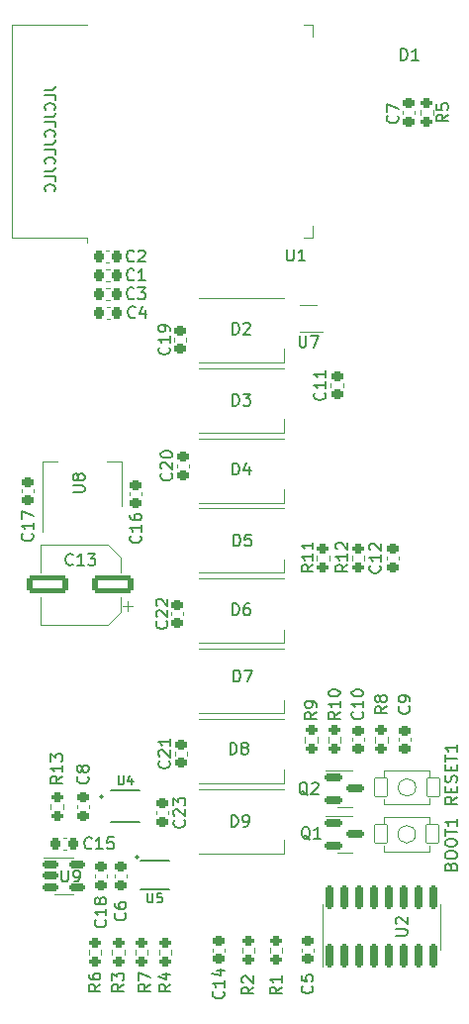
<source format=gbr>
%TF.GenerationSoftware,KiCad,Pcbnew,7.0.1*%
%TF.CreationDate,2023-06-20T23:21:36+02:00*%
%TF.ProjectId,airquality,61697271-7561-46c6-9974-792e6b696361,rev?*%
%TF.SameCoordinates,Original*%
%TF.FileFunction,Legend,Top*%
%TF.FilePolarity,Positive*%
%FSLAX46Y46*%
G04 Gerber Fmt 4.6, Leading zero omitted, Abs format (unit mm)*
G04 Created by KiCad (PCBNEW 7.0.1) date 2023-06-20 23:21:36*
%MOMM*%
%LPD*%
G01*
G04 APERTURE LIST*
G04 Aperture macros list*
%AMRoundRect*
0 Rectangle with rounded corners*
0 $1 Rounding radius*
0 $2 $3 $4 $5 $6 $7 $8 $9 X,Y pos of 4 corners*
0 Add a 4 corners polygon primitive as box body*
4,1,4,$2,$3,$4,$5,$6,$7,$8,$9,$2,$3,0*
0 Add four circle primitives for the rounded corners*
1,1,$1+$1,$2,$3*
1,1,$1+$1,$4,$5*
1,1,$1+$1,$6,$7*
1,1,$1+$1,$8,$9*
0 Add four rect primitives between the rounded corners*
20,1,$1+$1,$2,$3,$4,$5,0*
20,1,$1+$1,$4,$5,$6,$7,0*
20,1,$1+$1,$6,$7,$8,$9,0*
20,1,$1+$1,$8,$9,$2,$3,0*%
%AMOutline5P*
0 Free polygon, 5 corners , with rotation*
0 The origin of the aperture is its center*
0 number of corners: always 5*
0 $1 to $10 corner X, Y*
0 $11 Rotation angle, in degrees counterclockwise*
0 create outline with 5 corners*
4,1,5,$1,$2,$3,$4,$5,$6,$7,$8,$9,$10,$1,$2,$11*%
%AMOutline6P*
0 Free polygon, 6 corners , with rotation*
0 The origin of the aperture is its center*
0 number of corners: always 6*
0 $1 to $12 corner X, Y*
0 $13 Rotation angle, in degrees counterclockwise*
0 create outline with 6 corners*
4,1,6,$1,$2,$3,$4,$5,$6,$7,$8,$9,$10,$11,$12,$1,$2,$13*%
%AMOutline7P*
0 Free polygon, 7 corners , with rotation*
0 The origin of the aperture is its center*
0 number of corners: always 7*
0 $1 to $14 corner X, Y*
0 $15 Rotation angle, in degrees counterclockwise*
0 create outline with 7 corners*
4,1,7,$1,$2,$3,$4,$5,$6,$7,$8,$9,$10,$11,$12,$13,$14,$1,$2,$15*%
%AMOutline8P*
0 Free polygon, 8 corners , with rotation*
0 The origin of the aperture is its center*
0 number of corners: always 8*
0 $1 to $16 corner X, Y*
0 $17 Rotation angle, in degrees counterclockwise*
0 create outline with 8 corners*
4,1,8,$1,$2,$3,$4,$5,$6,$7,$8,$9,$10,$11,$12,$13,$14,$15,$16,$1,$2,$17*%
G04 Aperture macros list end*
%ADD10C,0.152400*%
%ADD11C,0.150000*%
%ADD12C,0.120000*%
%ADD13C,0.127000*%
%ADD14C,0.200000*%
%ADD15C,0.203200*%
%ADD16C,0.010000*%
%ADD17RoundRect,0.225000X0.250000X-0.225000X0.250000X0.225000X-0.250000X0.225000X-0.250000X-0.225000X0*%
%ADD18RoundRect,0.200000X0.275000X-0.200000X0.275000X0.200000X-0.275000X0.200000X-0.275000X-0.200000X0*%
%ADD19RoundRect,0.225000X0.225000X0.250000X-0.225000X0.250000X-0.225000X-0.250000X0.225000X-0.250000X0*%
%ADD20RoundRect,0.200000X-0.275000X0.200000X-0.275000X-0.200000X0.275000X-0.200000X0.275000X0.200000X0*%
%ADD21R,1.500000X0.900000*%
%ADD22RoundRect,0.225000X-0.250000X0.225000X-0.250000X-0.225000X0.250000X-0.225000X0.250000X0.225000X0*%
%ADD23R,0.650000X0.400000*%
%ADD24RoundRect,0.150000X-0.512500X-0.150000X0.512500X-0.150000X0.512500X0.150000X-0.512500X0.150000X0*%
%ADD25RoundRect,0.150000X-0.587500X-0.150000X0.587500X-0.150000X0.587500X0.150000X-0.587500X0.150000X0*%
%ADD26RoundRect,0.225000X-0.225000X-0.250000X0.225000X-0.250000X0.225000X0.250000X-0.225000X0.250000X0*%
%ADD27R,0.550000X0.400000*%
%ADD28RoundRect,0.250000X1.500000X0.550000X-1.500000X0.550000X-1.500000X-0.550000X1.500000X-0.550000X0*%
%ADD29RoundRect,0.010500X0.514500X0.789500X-0.514500X0.789500X-0.514500X-0.789500X0.514500X-0.789500X0*%
%ADD30RoundRect,0.150000X0.150000X-0.825000X0.150000X0.825000X-0.150000X0.825000X-0.150000X-0.825000X0*%
%ADD31R,1.800000X1.800000*%
%ADD32C,1.800000*%
%ADD33R,1.500000X2.000000*%
%ADD34R,3.800000X2.000000*%
%ADD35R,0.900000X1.500000*%
%ADD36C,0.600000*%
%ADD37R,3.800000X3.800000*%
%ADD38Outline5P,-0.625000X0.537500X-0.312500X0.850000X0.625000X0.850000X0.625000X-0.850000X-0.625000X-0.850000X0.000000*%
%ADD39C,0.800000*%
%ADD40O,2.000000X1.000000*%
%ADD41C,1.000000*%
%ADD42R,1.650000X1.650000*%
%ADD43C,1.650000*%
G04 APERTURE END LIST*
D10*
X3189857Y90528572D02*
X3832714Y90528572D01*
X3832714Y90528572D02*
X3961285Y90571429D01*
X3961285Y90571429D02*
X4047000Y90657143D01*
X4047000Y90657143D02*
X4089857Y90785715D01*
X4089857Y90785715D02*
X4089857Y90871429D01*
X4089857Y89671429D02*
X4089857Y90100001D01*
X4089857Y90100001D02*
X3189857Y90100001D01*
X4004142Y88857144D02*
X4047000Y88900001D01*
X4047000Y88900001D02*
X4089857Y89028573D01*
X4089857Y89028573D02*
X4089857Y89114287D01*
X4089857Y89114287D02*
X4047000Y89242858D01*
X4047000Y89242858D02*
X3961285Y89328573D01*
X3961285Y89328573D02*
X3875571Y89371430D01*
X3875571Y89371430D02*
X3704142Y89414287D01*
X3704142Y89414287D02*
X3575571Y89414287D01*
X3575571Y89414287D02*
X3404142Y89371430D01*
X3404142Y89371430D02*
X3318428Y89328573D01*
X3318428Y89328573D02*
X3232714Y89242858D01*
X3232714Y89242858D02*
X3189857Y89114287D01*
X3189857Y89114287D02*
X3189857Y89028573D01*
X3189857Y89028573D02*
X3232714Y88900001D01*
X3232714Y88900001D02*
X3275571Y88857144D01*
X3189857Y88214287D02*
X3832714Y88214287D01*
X3832714Y88214287D02*
X3961285Y88257144D01*
X3961285Y88257144D02*
X4047000Y88342858D01*
X4047000Y88342858D02*
X4089857Y88471430D01*
X4089857Y88471430D02*
X4089857Y88557144D01*
X4089857Y87357144D02*
X4089857Y87785716D01*
X4089857Y87785716D02*
X3189857Y87785716D01*
X4004142Y86542859D02*
X4047000Y86585716D01*
X4047000Y86585716D02*
X4089857Y86714288D01*
X4089857Y86714288D02*
X4089857Y86800002D01*
X4089857Y86800002D02*
X4047000Y86928573D01*
X4047000Y86928573D02*
X3961285Y87014288D01*
X3961285Y87014288D02*
X3875571Y87057145D01*
X3875571Y87057145D02*
X3704142Y87100002D01*
X3704142Y87100002D02*
X3575571Y87100002D01*
X3575571Y87100002D02*
X3404142Y87057145D01*
X3404142Y87057145D02*
X3318428Y87014288D01*
X3318428Y87014288D02*
X3232714Y86928573D01*
X3232714Y86928573D02*
X3189857Y86800002D01*
X3189857Y86800002D02*
X3189857Y86714288D01*
X3189857Y86714288D02*
X3232714Y86585716D01*
X3232714Y86585716D02*
X3275571Y86542859D01*
X3189857Y85900002D02*
X3832714Y85900002D01*
X3832714Y85900002D02*
X3961285Y85942859D01*
X3961285Y85942859D02*
X4047000Y86028573D01*
X4047000Y86028573D02*
X4089857Y86157145D01*
X4089857Y86157145D02*
X4089857Y86242859D01*
X4089857Y85042859D02*
X4089857Y85471431D01*
X4089857Y85471431D02*
X3189857Y85471431D01*
X4004142Y84228574D02*
X4047000Y84271431D01*
X4047000Y84271431D02*
X4089857Y84400003D01*
X4089857Y84400003D02*
X4089857Y84485717D01*
X4089857Y84485717D02*
X4047000Y84614288D01*
X4047000Y84614288D02*
X3961285Y84700003D01*
X3961285Y84700003D02*
X3875571Y84742860D01*
X3875571Y84742860D02*
X3704142Y84785717D01*
X3704142Y84785717D02*
X3575571Y84785717D01*
X3575571Y84785717D02*
X3404142Y84742860D01*
X3404142Y84742860D02*
X3318428Y84700003D01*
X3318428Y84700003D02*
X3232714Y84614288D01*
X3232714Y84614288D02*
X3189857Y84485717D01*
X3189857Y84485717D02*
X3189857Y84400003D01*
X3189857Y84400003D02*
X3232714Y84271431D01*
X3232714Y84271431D02*
X3275571Y84228574D01*
X3189857Y83585717D02*
X3832714Y83585717D01*
X3832714Y83585717D02*
X3961285Y83628574D01*
X3961285Y83628574D02*
X4047000Y83714288D01*
X4047000Y83714288D02*
X4089857Y83842860D01*
X4089857Y83842860D02*
X4089857Y83928574D01*
X4089857Y82728574D02*
X4089857Y83157146D01*
X4089857Y83157146D02*
X3189857Y83157146D01*
X4004142Y81914289D02*
X4047000Y81957146D01*
X4047000Y81957146D02*
X4089857Y82085718D01*
X4089857Y82085718D02*
X4089857Y82171432D01*
X4089857Y82171432D02*
X4047000Y82300003D01*
X4047000Y82300003D02*
X3961285Y82385718D01*
X3961285Y82385718D02*
X3875571Y82428575D01*
X3875571Y82428575D02*
X3704142Y82471432D01*
X3704142Y82471432D02*
X3575571Y82471432D01*
X3575571Y82471432D02*
X3404142Y82428575D01*
X3404142Y82428575D02*
X3318428Y82385718D01*
X3318428Y82385718D02*
X3232714Y82300003D01*
X3232714Y82300003D02*
X3189857Y82171432D01*
X3189857Y82171432D02*
X3189857Y82085718D01*
X3189857Y82085718D02*
X3232714Y81957146D01*
X3232714Y81957146D02*
X3275571Y81914289D01*
D11*
%TO.C,C9*%
X34367380Y37833334D02*
X34415000Y37785715D01*
X34415000Y37785715D02*
X34462619Y37642858D01*
X34462619Y37642858D02*
X34462619Y37547620D01*
X34462619Y37547620D02*
X34415000Y37404763D01*
X34415000Y37404763D02*
X34319761Y37309525D01*
X34319761Y37309525D02*
X34224523Y37261906D01*
X34224523Y37261906D02*
X34034047Y37214287D01*
X34034047Y37214287D02*
X33891190Y37214287D01*
X33891190Y37214287D02*
X33700714Y37261906D01*
X33700714Y37261906D02*
X33605476Y37309525D01*
X33605476Y37309525D02*
X33510238Y37404763D01*
X33510238Y37404763D02*
X33462619Y37547620D01*
X33462619Y37547620D02*
X33462619Y37642858D01*
X33462619Y37642858D02*
X33510238Y37785715D01*
X33510238Y37785715D02*
X33557857Y37833334D01*
X34462619Y38309525D02*
X34462619Y38500001D01*
X34462619Y38500001D02*
X34415000Y38595239D01*
X34415000Y38595239D02*
X34367380Y38642858D01*
X34367380Y38642858D02*
X34224523Y38738096D01*
X34224523Y38738096D02*
X34034047Y38785715D01*
X34034047Y38785715D02*
X33653095Y38785715D01*
X33653095Y38785715D02*
X33557857Y38738096D01*
X33557857Y38738096D02*
X33510238Y38690477D01*
X33510238Y38690477D02*
X33462619Y38595239D01*
X33462619Y38595239D02*
X33462619Y38404763D01*
X33462619Y38404763D02*
X33510238Y38309525D01*
X33510238Y38309525D02*
X33557857Y38261906D01*
X33557857Y38261906D02*
X33653095Y38214287D01*
X33653095Y38214287D02*
X33891190Y38214287D01*
X33891190Y38214287D02*
X33986428Y38261906D01*
X33986428Y38261906D02*
X34034047Y38309525D01*
X34034047Y38309525D02*
X34081666Y38404763D01*
X34081666Y38404763D02*
X34081666Y38595239D01*
X34081666Y38595239D02*
X34034047Y38690477D01*
X34034047Y38690477D02*
X33986428Y38738096D01*
X33986428Y38738096D02*
X33891190Y38785715D01*
%TO.C,R10*%
X28462619Y37357143D02*
X27986428Y37023810D01*
X28462619Y36785715D02*
X27462619Y36785715D01*
X27462619Y36785715D02*
X27462619Y37166667D01*
X27462619Y37166667D02*
X27510238Y37261905D01*
X27510238Y37261905D02*
X27557857Y37309524D01*
X27557857Y37309524D02*
X27653095Y37357143D01*
X27653095Y37357143D02*
X27795952Y37357143D01*
X27795952Y37357143D02*
X27891190Y37309524D01*
X27891190Y37309524D02*
X27938809Y37261905D01*
X27938809Y37261905D02*
X27986428Y37166667D01*
X27986428Y37166667D02*
X27986428Y36785715D01*
X28462619Y38309524D02*
X28462619Y37738096D01*
X28462619Y38023810D02*
X27462619Y38023810D01*
X27462619Y38023810D02*
X27605476Y37928572D01*
X27605476Y37928572D02*
X27700714Y37833334D01*
X27700714Y37833334D02*
X27748333Y37738096D01*
X27462619Y38928572D02*
X27462619Y39023810D01*
X27462619Y39023810D02*
X27510238Y39119048D01*
X27510238Y39119048D02*
X27557857Y39166667D01*
X27557857Y39166667D02*
X27653095Y39214286D01*
X27653095Y39214286D02*
X27843571Y39261905D01*
X27843571Y39261905D02*
X28081666Y39261905D01*
X28081666Y39261905D02*
X28272142Y39214286D01*
X28272142Y39214286D02*
X28367380Y39166667D01*
X28367380Y39166667D02*
X28415000Y39119048D01*
X28415000Y39119048D02*
X28462619Y39023810D01*
X28462619Y39023810D02*
X28462619Y38928572D01*
X28462619Y38928572D02*
X28415000Y38833334D01*
X28415000Y38833334D02*
X28367380Y38785715D01*
X28367380Y38785715D02*
X28272142Y38738096D01*
X28272142Y38738096D02*
X28081666Y38690477D01*
X28081666Y38690477D02*
X27843571Y38690477D01*
X27843571Y38690477D02*
X27653095Y38738096D01*
X27653095Y38738096D02*
X27557857Y38785715D01*
X27557857Y38785715D02*
X27510238Y38833334D01*
X27510238Y38833334D02*
X27462619Y38928572D01*
%TO.C,C1*%
X10833333Y74332620D02*
X10785714Y74285000D01*
X10785714Y74285000D02*
X10642857Y74237381D01*
X10642857Y74237381D02*
X10547619Y74237381D01*
X10547619Y74237381D02*
X10404762Y74285000D01*
X10404762Y74285000D02*
X10309524Y74380239D01*
X10309524Y74380239D02*
X10261905Y74475477D01*
X10261905Y74475477D02*
X10214286Y74665953D01*
X10214286Y74665953D02*
X10214286Y74808810D01*
X10214286Y74808810D02*
X10261905Y74999286D01*
X10261905Y74999286D02*
X10309524Y75094524D01*
X10309524Y75094524D02*
X10404762Y75189762D01*
X10404762Y75189762D02*
X10547619Y75237381D01*
X10547619Y75237381D02*
X10642857Y75237381D01*
X10642857Y75237381D02*
X10785714Y75189762D01*
X10785714Y75189762D02*
X10833333Y75142143D01*
X11785714Y74237381D02*
X11214286Y74237381D01*
X11500000Y74237381D02*
X11500000Y75237381D01*
X11500000Y75237381D02*
X11404762Y75094524D01*
X11404762Y75094524D02*
X11309524Y74999286D01*
X11309524Y74999286D02*
X11214286Y74951667D01*
%TO.C,R9*%
X26462619Y37333334D02*
X25986428Y37000001D01*
X26462619Y36761906D02*
X25462619Y36761906D01*
X25462619Y36761906D02*
X25462619Y37142858D01*
X25462619Y37142858D02*
X25510238Y37238096D01*
X25510238Y37238096D02*
X25557857Y37285715D01*
X25557857Y37285715D02*
X25653095Y37333334D01*
X25653095Y37333334D02*
X25795952Y37333334D01*
X25795952Y37333334D02*
X25891190Y37285715D01*
X25891190Y37285715D02*
X25938809Y37238096D01*
X25938809Y37238096D02*
X25986428Y37142858D01*
X25986428Y37142858D02*
X25986428Y36761906D01*
X26462619Y37809525D02*
X26462619Y38000001D01*
X26462619Y38000001D02*
X26415000Y38095239D01*
X26415000Y38095239D02*
X26367380Y38142858D01*
X26367380Y38142858D02*
X26224523Y38238096D01*
X26224523Y38238096D02*
X26034047Y38285715D01*
X26034047Y38285715D02*
X25653095Y38285715D01*
X25653095Y38285715D02*
X25557857Y38238096D01*
X25557857Y38238096D02*
X25510238Y38190477D01*
X25510238Y38190477D02*
X25462619Y38095239D01*
X25462619Y38095239D02*
X25462619Y37904763D01*
X25462619Y37904763D02*
X25510238Y37809525D01*
X25510238Y37809525D02*
X25557857Y37761906D01*
X25557857Y37761906D02*
X25653095Y37714287D01*
X25653095Y37714287D02*
X25891190Y37714287D01*
X25891190Y37714287D02*
X25986428Y37761906D01*
X25986428Y37761906D02*
X26034047Y37809525D01*
X26034047Y37809525D02*
X26081666Y37904763D01*
X26081666Y37904763D02*
X26081666Y38095239D01*
X26081666Y38095239D02*
X26034047Y38190477D01*
X26034047Y38190477D02*
X25986428Y38238096D01*
X25986428Y38238096D02*
X25891190Y38285715D01*
%TO.C,D5*%
X19361905Y51537381D02*
X19361905Y52537381D01*
X19361905Y52537381D02*
X19600000Y52537381D01*
X19600000Y52537381D02*
X19742857Y52489762D01*
X19742857Y52489762D02*
X19838095Y52394524D01*
X19838095Y52394524D02*
X19885714Y52299286D01*
X19885714Y52299286D02*
X19933333Y52108810D01*
X19933333Y52108810D02*
X19933333Y51965953D01*
X19933333Y51965953D02*
X19885714Y51775477D01*
X19885714Y51775477D02*
X19838095Y51680239D01*
X19838095Y51680239D02*
X19742857Y51585000D01*
X19742857Y51585000D02*
X19600000Y51537381D01*
X19600000Y51537381D02*
X19361905Y51537381D01*
X20838095Y52537381D02*
X20361905Y52537381D01*
X20361905Y52537381D02*
X20314286Y52061191D01*
X20314286Y52061191D02*
X20361905Y52108810D01*
X20361905Y52108810D02*
X20457143Y52156429D01*
X20457143Y52156429D02*
X20695238Y52156429D01*
X20695238Y52156429D02*
X20790476Y52108810D01*
X20790476Y52108810D02*
X20838095Y52061191D01*
X20838095Y52061191D02*
X20885714Y51965953D01*
X20885714Y51965953D02*
X20885714Y51727858D01*
X20885714Y51727858D02*
X20838095Y51632620D01*
X20838095Y51632620D02*
X20790476Y51585000D01*
X20790476Y51585000D02*
X20695238Y51537381D01*
X20695238Y51537381D02*
X20457143Y51537381D01*
X20457143Y51537381D02*
X20361905Y51585000D01*
X20361905Y51585000D02*
X20314286Y51632620D01*
%TO.C,C10*%
X30367380Y37357143D02*
X30415000Y37309524D01*
X30415000Y37309524D02*
X30462619Y37166667D01*
X30462619Y37166667D02*
X30462619Y37071429D01*
X30462619Y37071429D02*
X30415000Y36928572D01*
X30415000Y36928572D02*
X30319761Y36833334D01*
X30319761Y36833334D02*
X30224523Y36785715D01*
X30224523Y36785715D02*
X30034047Y36738096D01*
X30034047Y36738096D02*
X29891190Y36738096D01*
X29891190Y36738096D02*
X29700714Y36785715D01*
X29700714Y36785715D02*
X29605476Y36833334D01*
X29605476Y36833334D02*
X29510238Y36928572D01*
X29510238Y36928572D02*
X29462619Y37071429D01*
X29462619Y37071429D02*
X29462619Y37166667D01*
X29462619Y37166667D02*
X29510238Y37309524D01*
X29510238Y37309524D02*
X29557857Y37357143D01*
X30462619Y38309524D02*
X30462619Y37738096D01*
X30462619Y38023810D02*
X29462619Y38023810D01*
X29462619Y38023810D02*
X29605476Y37928572D01*
X29605476Y37928572D02*
X29700714Y37833334D01*
X29700714Y37833334D02*
X29748333Y37738096D01*
X29462619Y38928572D02*
X29462619Y39023810D01*
X29462619Y39023810D02*
X29510238Y39119048D01*
X29510238Y39119048D02*
X29557857Y39166667D01*
X29557857Y39166667D02*
X29653095Y39214286D01*
X29653095Y39214286D02*
X29843571Y39261905D01*
X29843571Y39261905D02*
X30081666Y39261905D01*
X30081666Y39261905D02*
X30272142Y39214286D01*
X30272142Y39214286D02*
X30367380Y39166667D01*
X30367380Y39166667D02*
X30415000Y39119048D01*
X30415000Y39119048D02*
X30462619Y39023810D01*
X30462619Y39023810D02*
X30462619Y38928572D01*
X30462619Y38928572D02*
X30415000Y38833334D01*
X30415000Y38833334D02*
X30367380Y38785715D01*
X30367380Y38785715D02*
X30272142Y38738096D01*
X30272142Y38738096D02*
X30081666Y38690477D01*
X30081666Y38690477D02*
X29843571Y38690477D01*
X29843571Y38690477D02*
X29653095Y38738096D01*
X29653095Y38738096D02*
X29557857Y38785715D01*
X29557857Y38785715D02*
X29510238Y38833334D01*
X29510238Y38833334D02*
X29462619Y38928572D01*
%TO.C,R3*%
X9962619Y14083334D02*
X9486428Y13750001D01*
X9962619Y13511906D02*
X8962619Y13511906D01*
X8962619Y13511906D02*
X8962619Y13892858D01*
X8962619Y13892858D02*
X9010238Y13988096D01*
X9010238Y13988096D02*
X9057857Y14035715D01*
X9057857Y14035715D02*
X9153095Y14083334D01*
X9153095Y14083334D02*
X9295952Y14083334D01*
X9295952Y14083334D02*
X9391190Y14035715D01*
X9391190Y14035715D02*
X9438809Y13988096D01*
X9438809Y13988096D02*
X9486428Y13892858D01*
X9486428Y13892858D02*
X9486428Y13511906D01*
X8962619Y14416668D02*
X8962619Y15035715D01*
X8962619Y15035715D02*
X9343571Y14702382D01*
X9343571Y14702382D02*
X9343571Y14845239D01*
X9343571Y14845239D02*
X9391190Y14940477D01*
X9391190Y14940477D02*
X9438809Y14988096D01*
X9438809Y14988096D02*
X9534047Y15035715D01*
X9534047Y15035715D02*
X9772142Y15035715D01*
X9772142Y15035715D02*
X9867380Y14988096D01*
X9867380Y14988096D02*
X9915000Y14940477D01*
X9915000Y14940477D02*
X9962619Y14845239D01*
X9962619Y14845239D02*
X9962619Y14559525D01*
X9962619Y14559525D02*
X9915000Y14464287D01*
X9915000Y14464287D02*
X9867380Y14416668D01*
%TO.C,D8*%
X19061905Y33737381D02*
X19061905Y34737381D01*
X19061905Y34737381D02*
X19300000Y34737381D01*
X19300000Y34737381D02*
X19442857Y34689762D01*
X19442857Y34689762D02*
X19538095Y34594524D01*
X19538095Y34594524D02*
X19585714Y34499286D01*
X19585714Y34499286D02*
X19633333Y34308810D01*
X19633333Y34308810D02*
X19633333Y34165953D01*
X19633333Y34165953D02*
X19585714Y33975477D01*
X19585714Y33975477D02*
X19538095Y33880239D01*
X19538095Y33880239D02*
X19442857Y33785000D01*
X19442857Y33785000D02*
X19300000Y33737381D01*
X19300000Y33737381D02*
X19061905Y33737381D01*
X20204762Y34308810D02*
X20109524Y34356429D01*
X20109524Y34356429D02*
X20061905Y34404048D01*
X20061905Y34404048D02*
X20014286Y34499286D01*
X20014286Y34499286D02*
X20014286Y34546905D01*
X20014286Y34546905D02*
X20061905Y34642143D01*
X20061905Y34642143D02*
X20109524Y34689762D01*
X20109524Y34689762D02*
X20204762Y34737381D01*
X20204762Y34737381D02*
X20395238Y34737381D01*
X20395238Y34737381D02*
X20490476Y34689762D01*
X20490476Y34689762D02*
X20538095Y34642143D01*
X20538095Y34642143D02*
X20585714Y34546905D01*
X20585714Y34546905D02*
X20585714Y34499286D01*
X20585714Y34499286D02*
X20538095Y34404048D01*
X20538095Y34404048D02*
X20490476Y34356429D01*
X20490476Y34356429D02*
X20395238Y34308810D01*
X20395238Y34308810D02*
X20204762Y34308810D01*
X20204762Y34308810D02*
X20109524Y34261191D01*
X20109524Y34261191D02*
X20061905Y34213572D01*
X20061905Y34213572D02*
X20014286Y34118334D01*
X20014286Y34118334D02*
X20014286Y33927858D01*
X20014286Y33927858D02*
X20061905Y33832620D01*
X20061905Y33832620D02*
X20109524Y33785000D01*
X20109524Y33785000D02*
X20204762Y33737381D01*
X20204762Y33737381D02*
X20395238Y33737381D01*
X20395238Y33737381D02*
X20490476Y33785000D01*
X20490476Y33785000D02*
X20538095Y33832620D01*
X20538095Y33832620D02*
X20585714Y33927858D01*
X20585714Y33927858D02*
X20585714Y34118334D01*
X20585714Y34118334D02*
X20538095Y34213572D01*
X20538095Y34213572D02*
X20490476Y34261191D01*
X20490476Y34261191D02*
X20395238Y34308810D01*
%TO.C,C6*%
X10067377Y20158337D02*
X10114997Y20110718D01*
X10114997Y20110718D02*
X10162616Y19967861D01*
X10162616Y19967861D02*
X10162616Y19872623D01*
X10162616Y19872623D02*
X10114997Y19729766D01*
X10114997Y19729766D02*
X10019758Y19634528D01*
X10019758Y19634528D02*
X9924520Y19586909D01*
X9924520Y19586909D02*
X9734044Y19539290D01*
X9734044Y19539290D02*
X9591187Y19539290D01*
X9591187Y19539290D02*
X9400711Y19586909D01*
X9400711Y19586909D02*
X9305473Y19634528D01*
X9305473Y19634528D02*
X9210235Y19729766D01*
X9210235Y19729766D02*
X9162616Y19872623D01*
X9162616Y19872623D02*
X9162616Y19967861D01*
X9162616Y19967861D02*
X9210235Y20110718D01*
X9210235Y20110718D02*
X9257854Y20158337D01*
X9162616Y21015480D02*
X9162616Y20825004D01*
X9162616Y20825004D02*
X9210235Y20729766D01*
X9210235Y20729766D02*
X9257854Y20682147D01*
X9257854Y20682147D02*
X9400711Y20586909D01*
X9400711Y20586909D02*
X9591187Y20539290D01*
X9591187Y20539290D02*
X9972139Y20539290D01*
X9972139Y20539290D02*
X10067377Y20586909D01*
X10067377Y20586909D02*
X10114997Y20634528D01*
X10114997Y20634528D02*
X10162616Y20729766D01*
X10162616Y20729766D02*
X10162616Y20920242D01*
X10162616Y20920242D02*
X10114997Y21015480D01*
X10114997Y21015480D02*
X10067377Y21063099D01*
X10067377Y21063099D02*
X9972139Y21110718D01*
X9972139Y21110718D02*
X9734044Y21110718D01*
X9734044Y21110718D02*
X9638806Y21063099D01*
X9638806Y21063099D02*
X9591187Y21015480D01*
X9591187Y21015480D02*
X9543568Y20920242D01*
X9543568Y20920242D02*
X9543568Y20729766D01*
X9543568Y20729766D02*
X9591187Y20634528D01*
X9591187Y20634528D02*
X9638806Y20586909D01*
X9638806Y20586909D02*
X9734044Y20539290D01*
%TO.C,U7*%
X24988095Y69537381D02*
X24988095Y68727858D01*
X24988095Y68727858D02*
X25035714Y68632620D01*
X25035714Y68632620D02*
X25083333Y68585000D01*
X25083333Y68585000D02*
X25178571Y68537381D01*
X25178571Y68537381D02*
X25369047Y68537381D01*
X25369047Y68537381D02*
X25464285Y68585000D01*
X25464285Y68585000D02*
X25511904Y68632620D01*
X25511904Y68632620D02*
X25559523Y68727858D01*
X25559523Y68727858D02*
X25559523Y69537381D01*
X25940476Y69537381D02*
X26607142Y69537381D01*
X26607142Y69537381D02*
X26178571Y68537381D01*
%TO.C,D6*%
X19261905Y45637381D02*
X19261905Y46637381D01*
X19261905Y46637381D02*
X19500000Y46637381D01*
X19500000Y46637381D02*
X19642857Y46589762D01*
X19642857Y46589762D02*
X19738095Y46494524D01*
X19738095Y46494524D02*
X19785714Y46399286D01*
X19785714Y46399286D02*
X19833333Y46208810D01*
X19833333Y46208810D02*
X19833333Y46065953D01*
X19833333Y46065953D02*
X19785714Y45875477D01*
X19785714Y45875477D02*
X19738095Y45780239D01*
X19738095Y45780239D02*
X19642857Y45685000D01*
X19642857Y45685000D02*
X19500000Y45637381D01*
X19500000Y45637381D02*
X19261905Y45637381D01*
X20690476Y46637381D02*
X20500000Y46637381D01*
X20500000Y46637381D02*
X20404762Y46589762D01*
X20404762Y46589762D02*
X20357143Y46542143D01*
X20357143Y46542143D02*
X20261905Y46399286D01*
X20261905Y46399286D02*
X20214286Y46208810D01*
X20214286Y46208810D02*
X20214286Y45827858D01*
X20214286Y45827858D02*
X20261905Y45732620D01*
X20261905Y45732620D02*
X20309524Y45685000D01*
X20309524Y45685000D02*
X20404762Y45637381D01*
X20404762Y45637381D02*
X20595238Y45637381D01*
X20595238Y45637381D02*
X20690476Y45685000D01*
X20690476Y45685000D02*
X20738095Y45732620D01*
X20738095Y45732620D02*
X20785714Y45827858D01*
X20785714Y45827858D02*
X20785714Y46065953D01*
X20785714Y46065953D02*
X20738095Y46161191D01*
X20738095Y46161191D02*
X20690476Y46208810D01*
X20690476Y46208810D02*
X20595238Y46256429D01*
X20595238Y46256429D02*
X20404762Y46256429D01*
X20404762Y46256429D02*
X20309524Y46208810D01*
X20309524Y46208810D02*
X20261905Y46161191D01*
X20261905Y46161191D02*
X20214286Y46065953D01*
%TO.C,C21*%
X13837380Y33157143D02*
X13885000Y33109524D01*
X13885000Y33109524D02*
X13932619Y32966667D01*
X13932619Y32966667D02*
X13932619Y32871429D01*
X13932619Y32871429D02*
X13885000Y32728572D01*
X13885000Y32728572D02*
X13789761Y32633334D01*
X13789761Y32633334D02*
X13694523Y32585715D01*
X13694523Y32585715D02*
X13504047Y32538096D01*
X13504047Y32538096D02*
X13361190Y32538096D01*
X13361190Y32538096D02*
X13170714Y32585715D01*
X13170714Y32585715D02*
X13075476Y32633334D01*
X13075476Y32633334D02*
X12980238Y32728572D01*
X12980238Y32728572D02*
X12932619Y32871429D01*
X12932619Y32871429D02*
X12932619Y32966667D01*
X12932619Y32966667D02*
X12980238Y33109524D01*
X12980238Y33109524D02*
X13027857Y33157143D01*
X13027857Y33538096D02*
X12980238Y33585715D01*
X12980238Y33585715D02*
X12932619Y33680953D01*
X12932619Y33680953D02*
X12932619Y33919048D01*
X12932619Y33919048D02*
X12980238Y34014286D01*
X12980238Y34014286D02*
X13027857Y34061905D01*
X13027857Y34061905D02*
X13123095Y34109524D01*
X13123095Y34109524D02*
X13218333Y34109524D01*
X13218333Y34109524D02*
X13361190Y34061905D01*
X13361190Y34061905D02*
X13932619Y33490477D01*
X13932619Y33490477D02*
X13932619Y34109524D01*
X13932619Y35061905D02*
X13932619Y34490477D01*
X13932619Y34776191D02*
X12932619Y34776191D01*
X12932619Y34776191D02*
X13075476Y34680953D01*
X13075476Y34680953D02*
X13170714Y34585715D01*
X13170714Y34585715D02*
X13218333Y34490477D01*
%TO.C,C22*%
X13617380Y45107143D02*
X13665000Y45059524D01*
X13665000Y45059524D02*
X13712619Y44916667D01*
X13712619Y44916667D02*
X13712619Y44821429D01*
X13712619Y44821429D02*
X13665000Y44678572D01*
X13665000Y44678572D02*
X13569761Y44583334D01*
X13569761Y44583334D02*
X13474523Y44535715D01*
X13474523Y44535715D02*
X13284047Y44488096D01*
X13284047Y44488096D02*
X13141190Y44488096D01*
X13141190Y44488096D02*
X12950714Y44535715D01*
X12950714Y44535715D02*
X12855476Y44583334D01*
X12855476Y44583334D02*
X12760238Y44678572D01*
X12760238Y44678572D02*
X12712619Y44821429D01*
X12712619Y44821429D02*
X12712619Y44916667D01*
X12712619Y44916667D02*
X12760238Y45059524D01*
X12760238Y45059524D02*
X12807857Y45107143D01*
X12807857Y45488096D02*
X12760238Y45535715D01*
X12760238Y45535715D02*
X12712619Y45630953D01*
X12712619Y45630953D02*
X12712619Y45869048D01*
X12712619Y45869048D02*
X12760238Y45964286D01*
X12760238Y45964286D02*
X12807857Y46011905D01*
X12807857Y46011905D02*
X12903095Y46059524D01*
X12903095Y46059524D02*
X12998333Y46059524D01*
X12998333Y46059524D02*
X13141190Y46011905D01*
X13141190Y46011905D02*
X13712619Y45440477D01*
X13712619Y45440477D02*
X13712619Y46059524D01*
X12807857Y46440477D02*
X12760238Y46488096D01*
X12760238Y46488096D02*
X12712619Y46583334D01*
X12712619Y46583334D02*
X12712619Y46821429D01*
X12712619Y46821429D02*
X12760238Y46916667D01*
X12760238Y46916667D02*
X12807857Y46964286D01*
X12807857Y46964286D02*
X12903095Y47011905D01*
X12903095Y47011905D02*
X12998333Y47011905D01*
X12998333Y47011905D02*
X13141190Y46964286D01*
X13141190Y46964286D02*
X13712619Y46392858D01*
X13712619Y46392858D02*
X13712619Y47011905D01*
%TO.C,C7*%
X33367380Y88333334D02*
X33415000Y88285715D01*
X33415000Y88285715D02*
X33462619Y88142858D01*
X33462619Y88142858D02*
X33462619Y88047620D01*
X33462619Y88047620D02*
X33415000Y87904763D01*
X33415000Y87904763D02*
X33319761Y87809525D01*
X33319761Y87809525D02*
X33224523Y87761906D01*
X33224523Y87761906D02*
X33034047Y87714287D01*
X33034047Y87714287D02*
X32891190Y87714287D01*
X32891190Y87714287D02*
X32700714Y87761906D01*
X32700714Y87761906D02*
X32605476Y87809525D01*
X32605476Y87809525D02*
X32510238Y87904763D01*
X32510238Y87904763D02*
X32462619Y88047620D01*
X32462619Y88047620D02*
X32462619Y88142858D01*
X32462619Y88142858D02*
X32510238Y88285715D01*
X32510238Y88285715D02*
X32557857Y88333334D01*
X32462619Y88666668D02*
X32462619Y89333334D01*
X32462619Y89333334D02*
X33462619Y88904763D01*
%TO.C,D7*%
X19361905Y39937381D02*
X19361905Y40937381D01*
X19361905Y40937381D02*
X19600000Y40937381D01*
X19600000Y40937381D02*
X19742857Y40889762D01*
X19742857Y40889762D02*
X19838095Y40794524D01*
X19838095Y40794524D02*
X19885714Y40699286D01*
X19885714Y40699286D02*
X19933333Y40508810D01*
X19933333Y40508810D02*
X19933333Y40365953D01*
X19933333Y40365953D02*
X19885714Y40175477D01*
X19885714Y40175477D02*
X19838095Y40080239D01*
X19838095Y40080239D02*
X19742857Y39985000D01*
X19742857Y39985000D02*
X19600000Y39937381D01*
X19600000Y39937381D02*
X19361905Y39937381D01*
X20266667Y40937381D02*
X20933333Y40937381D01*
X20933333Y40937381D02*
X20504762Y39937381D01*
%TO.C,C12*%
X31867380Y49857143D02*
X31915000Y49809524D01*
X31915000Y49809524D02*
X31962619Y49666667D01*
X31962619Y49666667D02*
X31962619Y49571429D01*
X31962619Y49571429D02*
X31915000Y49428572D01*
X31915000Y49428572D02*
X31819761Y49333334D01*
X31819761Y49333334D02*
X31724523Y49285715D01*
X31724523Y49285715D02*
X31534047Y49238096D01*
X31534047Y49238096D02*
X31391190Y49238096D01*
X31391190Y49238096D02*
X31200714Y49285715D01*
X31200714Y49285715D02*
X31105476Y49333334D01*
X31105476Y49333334D02*
X31010238Y49428572D01*
X31010238Y49428572D02*
X30962619Y49571429D01*
X30962619Y49571429D02*
X30962619Y49666667D01*
X30962619Y49666667D02*
X31010238Y49809524D01*
X31010238Y49809524D02*
X31057857Y49857143D01*
X31962619Y50809524D02*
X31962619Y50238096D01*
X31962619Y50523810D02*
X30962619Y50523810D01*
X30962619Y50523810D02*
X31105476Y50428572D01*
X31105476Y50428572D02*
X31200714Y50333334D01*
X31200714Y50333334D02*
X31248333Y50238096D01*
X31057857Y51190477D02*
X31010238Y51238096D01*
X31010238Y51238096D02*
X30962619Y51333334D01*
X30962619Y51333334D02*
X30962619Y51571429D01*
X30962619Y51571429D02*
X31010238Y51666667D01*
X31010238Y51666667D02*
X31057857Y51714286D01*
X31057857Y51714286D02*
X31153095Y51761905D01*
X31153095Y51761905D02*
X31248333Y51761905D01*
X31248333Y51761905D02*
X31391190Y51714286D01*
X31391190Y51714286D02*
X31962619Y51142858D01*
X31962619Y51142858D02*
X31962619Y51761905D01*
%TO.C,R1*%
X23462619Y13833334D02*
X22986428Y13500001D01*
X23462619Y13261906D02*
X22462619Y13261906D01*
X22462619Y13261906D02*
X22462619Y13642858D01*
X22462619Y13642858D02*
X22510238Y13738096D01*
X22510238Y13738096D02*
X22557857Y13785715D01*
X22557857Y13785715D02*
X22653095Y13833334D01*
X22653095Y13833334D02*
X22795952Y13833334D01*
X22795952Y13833334D02*
X22891190Y13785715D01*
X22891190Y13785715D02*
X22938809Y13738096D01*
X22938809Y13738096D02*
X22986428Y13642858D01*
X22986428Y13642858D02*
X22986428Y13261906D01*
X23462619Y14785715D02*
X23462619Y14214287D01*
X23462619Y14500001D02*
X22462619Y14500001D01*
X22462619Y14500001D02*
X22605476Y14404763D01*
X22605476Y14404763D02*
X22700714Y14309525D01*
X22700714Y14309525D02*
X22748333Y14214287D01*
%TO.C,C3*%
X10833333Y72732620D02*
X10785714Y72685000D01*
X10785714Y72685000D02*
X10642857Y72637381D01*
X10642857Y72637381D02*
X10547619Y72637381D01*
X10547619Y72637381D02*
X10404762Y72685000D01*
X10404762Y72685000D02*
X10309524Y72780239D01*
X10309524Y72780239D02*
X10261905Y72875477D01*
X10261905Y72875477D02*
X10214286Y73065953D01*
X10214286Y73065953D02*
X10214286Y73208810D01*
X10214286Y73208810D02*
X10261905Y73399286D01*
X10261905Y73399286D02*
X10309524Y73494524D01*
X10309524Y73494524D02*
X10404762Y73589762D01*
X10404762Y73589762D02*
X10547619Y73637381D01*
X10547619Y73637381D02*
X10642857Y73637381D01*
X10642857Y73637381D02*
X10785714Y73589762D01*
X10785714Y73589762D02*
X10833333Y73542143D01*
X11166667Y73637381D02*
X11785714Y73637381D01*
X11785714Y73637381D02*
X11452381Y73256429D01*
X11452381Y73256429D02*
X11595238Y73256429D01*
X11595238Y73256429D02*
X11690476Y73208810D01*
X11690476Y73208810D02*
X11738095Y73161191D01*
X11738095Y73161191D02*
X11785714Y73065953D01*
X11785714Y73065953D02*
X11785714Y72827858D01*
X11785714Y72827858D02*
X11738095Y72732620D01*
X11738095Y72732620D02*
X11690476Y72685000D01*
X11690476Y72685000D02*
X11595238Y72637381D01*
X11595238Y72637381D02*
X11309524Y72637381D01*
X11309524Y72637381D02*
X11214286Y72685000D01*
X11214286Y72685000D02*
X11166667Y72732620D01*
%TO.C,C18*%
X8367377Y19582146D02*
X8414997Y19534527D01*
X8414997Y19534527D02*
X8462616Y19391670D01*
X8462616Y19391670D02*
X8462616Y19296432D01*
X8462616Y19296432D02*
X8414997Y19153575D01*
X8414997Y19153575D02*
X8319758Y19058337D01*
X8319758Y19058337D02*
X8224520Y19010718D01*
X8224520Y19010718D02*
X8034044Y18963099D01*
X8034044Y18963099D02*
X7891187Y18963099D01*
X7891187Y18963099D02*
X7700711Y19010718D01*
X7700711Y19010718D02*
X7605473Y19058337D01*
X7605473Y19058337D02*
X7510235Y19153575D01*
X7510235Y19153575D02*
X7462616Y19296432D01*
X7462616Y19296432D02*
X7462616Y19391670D01*
X7462616Y19391670D02*
X7510235Y19534527D01*
X7510235Y19534527D02*
X7557854Y19582146D01*
X8462616Y20534527D02*
X8462616Y19963099D01*
X8462616Y20248813D02*
X7462616Y20248813D01*
X7462616Y20248813D02*
X7605473Y20153575D01*
X7605473Y20153575D02*
X7700711Y20058337D01*
X7700711Y20058337D02*
X7748330Y19963099D01*
X7891187Y21105956D02*
X7843568Y21010718D01*
X7843568Y21010718D02*
X7795949Y20963099D01*
X7795949Y20963099D02*
X7700711Y20915480D01*
X7700711Y20915480D02*
X7653092Y20915480D01*
X7653092Y20915480D02*
X7557854Y20963099D01*
X7557854Y20963099D02*
X7510235Y21010718D01*
X7510235Y21010718D02*
X7462616Y21105956D01*
X7462616Y21105956D02*
X7462616Y21296432D01*
X7462616Y21296432D02*
X7510235Y21391670D01*
X7510235Y21391670D02*
X7557854Y21439289D01*
X7557854Y21439289D02*
X7653092Y21486908D01*
X7653092Y21486908D02*
X7700711Y21486908D01*
X7700711Y21486908D02*
X7795949Y21439289D01*
X7795949Y21439289D02*
X7843568Y21391670D01*
X7843568Y21391670D02*
X7891187Y21296432D01*
X7891187Y21296432D02*
X7891187Y21105956D01*
X7891187Y21105956D02*
X7938806Y21010718D01*
X7938806Y21010718D02*
X7986425Y20963099D01*
X7986425Y20963099D02*
X8081663Y20915480D01*
X8081663Y20915480D02*
X8272139Y20915480D01*
X8272139Y20915480D02*
X8367377Y20963099D01*
X8367377Y20963099D02*
X8414997Y21010718D01*
X8414997Y21010718D02*
X8462616Y21105956D01*
X8462616Y21105956D02*
X8462616Y21296432D01*
X8462616Y21296432D02*
X8414997Y21391670D01*
X8414997Y21391670D02*
X8367377Y21439289D01*
X8367377Y21439289D02*
X8272139Y21486908D01*
X8272139Y21486908D02*
X8081663Y21486908D01*
X8081663Y21486908D02*
X7986425Y21439289D01*
X7986425Y21439289D02*
X7938806Y21391670D01*
X7938806Y21391670D02*
X7891187Y21296432D01*
%TO.C,C11*%
X27137380Y64632143D02*
X27185000Y64584524D01*
X27185000Y64584524D02*
X27232619Y64441667D01*
X27232619Y64441667D02*
X27232619Y64346429D01*
X27232619Y64346429D02*
X27185000Y64203572D01*
X27185000Y64203572D02*
X27089761Y64108334D01*
X27089761Y64108334D02*
X26994523Y64060715D01*
X26994523Y64060715D02*
X26804047Y64013096D01*
X26804047Y64013096D02*
X26661190Y64013096D01*
X26661190Y64013096D02*
X26470714Y64060715D01*
X26470714Y64060715D02*
X26375476Y64108334D01*
X26375476Y64108334D02*
X26280238Y64203572D01*
X26280238Y64203572D02*
X26232619Y64346429D01*
X26232619Y64346429D02*
X26232619Y64441667D01*
X26232619Y64441667D02*
X26280238Y64584524D01*
X26280238Y64584524D02*
X26327857Y64632143D01*
X27232619Y65584524D02*
X27232619Y65013096D01*
X27232619Y65298810D02*
X26232619Y65298810D01*
X26232619Y65298810D02*
X26375476Y65203572D01*
X26375476Y65203572D02*
X26470714Y65108334D01*
X26470714Y65108334D02*
X26518333Y65013096D01*
X27232619Y66536905D02*
X27232619Y65965477D01*
X27232619Y66251191D02*
X26232619Y66251191D01*
X26232619Y66251191D02*
X26375476Y66155953D01*
X26375476Y66155953D02*
X26470714Y66060715D01*
X26470714Y66060715D02*
X26518333Y65965477D01*
%TO.C,C20*%
X14017380Y57757143D02*
X14065000Y57709524D01*
X14065000Y57709524D02*
X14112619Y57566667D01*
X14112619Y57566667D02*
X14112619Y57471429D01*
X14112619Y57471429D02*
X14065000Y57328572D01*
X14065000Y57328572D02*
X13969761Y57233334D01*
X13969761Y57233334D02*
X13874523Y57185715D01*
X13874523Y57185715D02*
X13684047Y57138096D01*
X13684047Y57138096D02*
X13541190Y57138096D01*
X13541190Y57138096D02*
X13350714Y57185715D01*
X13350714Y57185715D02*
X13255476Y57233334D01*
X13255476Y57233334D02*
X13160238Y57328572D01*
X13160238Y57328572D02*
X13112619Y57471429D01*
X13112619Y57471429D02*
X13112619Y57566667D01*
X13112619Y57566667D02*
X13160238Y57709524D01*
X13160238Y57709524D02*
X13207857Y57757143D01*
X13207857Y58138096D02*
X13160238Y58185715D01*
X13160238Y58185715D02*
X13112619Y58280953D01*
X13112619Y58280953D02*
X13112619Y58519048D01*
X13112619Y58519048D02*
X13160238Y58614286D01*
X13160238Y58614286D02*
X13207857Y58661905D01*
X13207857Y58661905D02*
X13303095Y58709524D01*
X13303095Y58709524D02*
X13398333Y58709524D01*
X13398333Y58709524D02*
X13541190Y58661905D01*
X13541190Y58661905D02*
X14112619Y58090477D01*
X14112619Y58090477D02*
X14112619Y58709524D01*
X13112619Y59328572D02*
X13112619Y59423810D01*
X13112619Y59423810D02*
X13160238Y59519048D01*
X13160238Y59519048D02*
X13207857Y59566667D01*
X13207857Y59566667D02*
X13303095Y59614286D01*
X13303095Y59614286D02*
X13493571Y59661905D01*
X13493571Y59661905D02*
X13731666Y59661905D01*
X13731666Y59661905D02*
X13922142Y59614286D01*
X13922142Y59614286D02*
X14017380Y59566667D01*
X14017380Y59566667D02*
X14065000Y59519048D01*
X14065000Y59519048D02*
X14112619Y59423810D01*
X14112619Y59423810D02*
X14112619Y59328572D01*
X14112619Y59328572D02*
X14065000Y59233334D01*
X14065000Y59233334D02*
X14017380Y59185715D01*
X14017380Y59185715D02*
X13922142Y59138096D01*
X13922142Y59138096D02*
X13731666Y59090477D01*
X13731666Y59090477D02*
X13493571Y59090477D01*
X13493571Y59090477D02*
X13303095Y59138096D01*
X13303095Y59138096D02*
X13207857Y59185715D01*
X13207857Y59185715D02*
X13160238Y59233334D01*
X13160238Y59233334D02*
X13112619Y59328572D01*
%TO.C,U9*%
X4638092Y23837384D02*
X4638092Y23027861D01*
X4638092Y23027861D02*
X4685711Y22932623D01*
X4685711Y22932623D02*
X4733330Y22885003D01*
X4733330Y22885003D02*
X4828568Y22837384D01*
X4828568Y22837384D02*
X5019044Y22837384D01*
X5019044Y22837384D02*
X5114282Y22885003D01*
X5114282Y22885003D02*
X5161901Y22932623D01*
X5161901Y22932623D02*
X5209520Y23027861D01*
X5209520Y23027861D02*
X5209520Y23837384D01*
X5733330Y22837384D02*
X5923806Y22837384D01*
X5923806Y22837384D02*
X6019044Y22885003D01*
X6019044Y22885003D02*
X6066663Y22932623D01*
X6066663Y22932623D02*
X6161901Y23075480D01*
X6161901Y23075480D02*
X6209520Y23265956D01*
X6209520Y23265956D02*
X6209520Y23646908D01*
X6209520Y23646908D02*
X6161901Y23742146D01*
X6161901Y23742146D02*
X6114282Y23789765D01*
X6114282Y23789765D02*
X6019044Y23837384D01*
X6019044Y23837384D02*
X5828568Y23837384D01*
X5828568Y23837384D02*
X5733330Y23789765D01*
X5733330Y23789765D02*
X5685711Y23742146D01*
X5685711Y23742146D02*
X5638092Y23646908D01*
X5638092Y23646908D02*
X5638092Y23408813D01*
X5638092Y23408813D02*
X5685711Y23313575D01*
X5685711Y23313575D02*
X5733330Y23265956D01*
X5733330Y23265956D02*
X5828568Y23218337D01*
X5828568Y23218337D02*
X6019044Y23218337D01*
X6019044Y23218337D02*
X6114282Y23265956D01*
X6114282Y23265956D02*
X6161901Y23313575D01*
X6161901Y23313575D02*
X6209520Y23408813D01*
%TO.C,R6*%
X7962619Y14083334D02*
X7486428Y13750001D01*
X7962619Y13511906D02*
X6962619Y13511906D01*
X6962619Y13511906D02*
X6962619Y13892858D01*
X6962619Y13892858D02*
X7010238Y13988096D01*
X7010238Y13988096D02*
X7057857Y14035715D01*
X7057857Y14035715D02*
X7153095Y14083334D01*
X7153095Y14083334D02*
X7295952Y14083334D01*
X7295952Y14083334D02*
X7391190Y14035715D01*
X7391190Y14035715D02*
X7438809Y13988096D01*
X7438809Y13988096D02*
X7486428Y13892858D01*
X7486428Y13892858D02*
X7486428Y13511906D01*
X6962619Y14940477D02*
X6962619Y14750001D01*
X6962619Y14750001D02*
X7010238Y14654763D01*
X7010238Y14654763D02*
X7057857Y14607144D01*
X7057857Y14607144D02*
X7200714Y14511906D01*
X7200714Y14511906D02*
X7391190Y14464287D01*
X7391190Y14464287D02*
X7772142Y14464287D01*
X7772142Y14464287D02*
X7867380Y14511906D01*
X7867380Y14511906D02*
X7915000Y14559525D01*
X7915000Y14559525D02*
X7962619Y14654763D01*
X7962619Y14654763D02*
X7962619Y14845239D01*
X7962619Y14845239D02*
X7915000Y14940477D01*
X7915000Y14940477D02*
X7867380Y14988096D01*
X7867380Y14988096D02*
X7772142Y15035715D01*
X7772142Y15035715D02*
X7534047Y15035715D01*
X7534047Y15035715D02*
X7438809Y14988096D01*
X7438809Y14988096D02*
X7391190Y14940477D01*
X7391190Y14940477D02*
X7343571Y14845239D01*
X7343571Y14845239D02*
X7343571Y14654763D01*
X7343571Y14654763D02*
X7391190Y14559525D01*
X7391190Y14559525D02*
X7438809Y14511906D01*
X7438809Y14511906D02*
X7534047Y14464287D01*
%TO.C,Q2*%
X25704761Y30242143D02*
X25609523Y30289762D01*
X25609523Y30289762D02*
X25514285Y30385000D01*
X25514285Y30385000D02*
X25371428Y30527858D01*
X25371428Y30527858D02*
X25276190Y30575477D01*
X25276190Y30575477D02*
X25180952Y30575477D01*
X25228571Y30337381D02*
X25133333Y30385000D01*
X25133333Y30385000D02*
X25038095Y30480239D01*
X25038095Y30480239D02*
X24990476Y30670715D01*
X24990476Y30670715D02*
X24990476Y31004048D01*
X24990476Y31004048D02*
X25038095Y31194524D01*
X25038095Y31194524D02*
X25133333Y31289762D01*
X25133333Y31289762D02*
X25228571Y31337381D01*
X25228571Y31337381D02*
X25419047Y31337381D01*
X25419047Y31337381D02*
X25514285Y31289762D01*
X25514285Y31289762D02*
X25609523Y31194524D01*
X25609523Y31194524D02*
X25657142Y31004048D01*
X25657142Y31004048D02*
X25657142Y30670715D01*
X25657142Y30670715D02*
X25609523Y30480239D01*
X25609523Y30480239D02*
X25514285Y30385000D01*
X25514285Y30385000D02*
X25419047Y30337381D01*
X25419047Y30337381D02*
X25228571Y30337381D01*
X26038095Y31242143D02*
X26085714Y31289762D01*
X26085714Y31289762D02*
X26180952Y31337381D01*
X26180952Y31337381D02*
X26419047Y31337381D01*
X26419047Y31337381D02*
X26514285Y31289762D01*
X26514285Y31289762D02*
X26561904Y31242143D01*
X26561904Y31242143D02*
X26609523Y31146905D01*
X26609523Y31146905D02*
X26609523Y31051667D01*
X26609523Y31051667D02*
X26561904Y30908810D01*
X26561904Y30908810D02*
X25990476Y30337381D01*
X25990476Y30337381D02*
X26609523Y30337381D01*
%TO.C,R5*%
X37712619Y88433334D02*
X37236428Y88100001D01*
X37712619Y87861906D02*
X36712619Y87861906D01*
X36712619Y87861906D02*
X36712619Y88242858D01*
X36712619Y88242858D02*
X36760238Y88338096D01*
X36760238Y88338096D02*
X36807857Y88385715D01*
X36807857Y88385715D02*
X36903095Y88433334D01*
X36903095Y88433334D02*
X37045952Y88433334D01*
X37045952Y88433334D02*
X37141190Y88385715D01*
X37141190Y88385715D02*
X37188809Y88338096D01*
X37188809Y88338096D02*
X37236428Y88242858D01*
X37236428Y88242858D02*
X37236428Y87861906D01*
X36712619Y89338096D02*
X36712619Y88861906D01*
X36712619Y88861906D02*
X37188809Y88814287D01*
X37188809Y88814287D02*
X37141190Y88861906D01*
X37141190Y88861906D02*
X37093571Y88957144D01*
X37093571Y88957144D02*
X37093571Y89195239D01*
X37093571Y89195239D02*
X37141190Y89290477D01*
X37141190Y89290477D02*
X37188809Y89338096D01*
X37188809Y89338096D02*
X37284047Y89385715D01*
X37284047Y89385715D02*
X37522142Y89385715D01*
X37522142Y89385715D02*
X37617380Y89338096D01*
X37617380Y89338096D02*
X37665000Y89290477D01*
X37665000Y89290477D02*
X37712619Y89195239D01*
X37712619Y89195239D02*
X37712619Y88957144D01*
X37712619Y88957144D02*
X37665000Y88861906D01*
X37665000Y88861906D02*
X37617380Y88814287D01*
%TO.C,R8*%
X32462619Y37833334D02*
X31986428Y37500001D01*
X32462619Y37261906D02*
X31462619Y37261906D01*
X31462619Y37261906D02*
X31462619Y37642858D01*
X31462619Y37642858D02*
X31510238Y37738096D01*
X31510238Y37738096D02*
X31557857Y37785715D01*
X31557857Y37785715D02*
X31653095Y37833334D01*
X31653095Y37833334D02*
X31795952Y37833334D01*
X31795952Y37833334D02*
X31891190Y37785715D01*
X31891190Y37785715D02*
X31938809Y37738096D01*
X31938809Y37738096D02*
X31986428Y37642858D01*
X31986428Y37642858D02*
X31986428Y37261906D01*
X31891190Y38404763D02*
X31843571Y38309525D01*
X31843571Y38309525D02*
X31795952Y38261906D01*
X31795952Y38261906D02*
X31700714Y38214287D01*
X31700714Y38214287D02*
X31653095Y38214287D01*
X31653095Y38214287D02*
X31557857Y38261906D01*
X31557857Y38261906D02*
X31510238Y38309525D01*
X31510238Y38309525D02*
X31462619Y38404763D01*
X31462619Y38404763D02*
X31462619Y38595239D01*
X31462619Y38595239D02*
X31510238Y38690477D01*
X31510238Y38690477D02*
X31557857Y38738096D01*
X31557857Y38738096D02*
X31653095Y38785715D01*
X31653095Y38785715D02*
X31700714Y38785715D01*
X31700714Y38785715D02*
X31795952Y38738096D01*
X31795952Y38738096D02*
X31843571Y38690477D01*
X31843571Y38690477D02*
X31891190Y38595239D01*
X31891190Y38595239D02*
X31891190Y38404763D01*
X31891190Y38404763D02*
X31938809Y38309525D01*
X31938809Y38309525D02*
X31986428Y38261906D01*
X31986428Y38261906D02*
X32081666Y38214287D01*
X32081666Y38214287D02*
X32272142Y38214287D01*
X32272142Y38214287D02*
X32367380Y38261906D01*
X32367380Y38261906D02*
X32415000Y38309525D01*
X32415000Y38309525D02*
X32462619Y38404763D01*
X32462619Y38404763D02*
X32462619Y38595239D01*
X32462619Y38595239D02*
X32415000Y38690477D01*
X32415000Y38690477D02*
X32367380Y38738096D01*
X32367380Y38738096D02*
X32272142Y38785715D01*
X32272142Y38785715D02*
X32081666Y38785715D01*
X32081666Y38785715D02*
X31986428Y38738096D01*
X31986428Y38738096D02*
X31938809Y38690477D01*
X31938809Y38690477D02*
X31891190Y38595239D01*
%TO.C,R4*%
X13962619Y14083334D02*
X13486428Y13750001D01*
X13962619Y13511906D02*
X12962619Y13511906D01*
X12962619Y13511906D02*
X12962619Y13892858D01*
X12962619Y13892858D02*
X13010238Y13988096D01*
X13010238Y13988096D02*
X13057857Y14035715D01*
X13057857Y14035715D02*
X13153095Y14083334D01*
X13153095Y14083334D02*
X13295952Y14083334D01*
X13295952Y14083334D02*
X13391190Y14035715D01*
X13391190Y14035715D02*
X13438809Y13988096D01*
X13438809Y13988096D02*
X13486428Y13892858D01*
X13486428Y13892858D02*
X13486428Y13511906D01*
X13295952Y14940477D02*
X13962619Y14940477D01*
X12915000Y14702382D02*
X13629285Y14464287D01*
X13629285Y14464287D02*
X13629285Y15083334D01*
%TO.C,C15*%
X7207139Y25732623D02*
X7159520Y25685003D01*
X7159520Y25685003D02*
X7016663Y25637384D01*
X7016663Y25637384D02*
X6921425Y25637384D01*
X6921425Y25637384D02*
X6778568Y25685003D01*
X6778568Y25685003D02*
X6683330Y25780242D01*
X6683330Y25780242D02*
X6635711Y25875480D01*
X6635711Y25875480D02*
X6588092Y26065956D01*
X6588092Y26065956D02*
X6588092Y26208813D01*
X6588092Y26208813D02*
X6635711Y26399289D01*
X6635711Y26399289D02*
X6683330Y26494527D01*
X6683330Y26494527D02*
X6778568Y26589765D01*
X6778568Y26589765D02*
X6921425Y26637384D01*
X6921425Y26637384D02*
X7016663Y26637384D01*
X7016663Y26637384D02*
X7159520Y26589765D01*
X7159520Y26589765D02*
X7207139Y26542146D01*
X8159520Y25637384D02*
X7588092Y25637384D01*
X7873806Y25637384D02*
X7873806Y26637384D01*
X7873806Y26637384D02*
X7778568Y26494527D01*
X7778568Y26494527D02*
X7683330Y26399289D01*
X7683330Y26399289D02*
X7588092Y26351670D01*
X9064282Y26637384D02*
X8588092Y26637384D01*
X8588092Y26637384D02*
X8540473Y26161194D01*
X8540473Y26161194D02*
X8588092Y26208813D01*
X8588092Y26208813D02*
X8683330Y26256432D01*
X8683330Y26256432D02*
X8921425Y26256432D01*
X8921425Y26256432D02*
X9016663Y26208813D01*
X9016663Y26208813D02*
X9064282Y26161194D01*
X9064282Y26161194D02*
X9111901Y26065956D01*
X9111901Y26065956D02*
X9111901Y25827861D01*
X9111901Y25827861D02*
X9064282Y25732623D01*
X9064282Y25732623D02*
X9016663Y25685003D01*
X9016663Y25685003D02*
X8921425Y25637384D01*
X8921425Y25637384D02*
X8683330Y25637384D01*
X8683330Y25637384D02*
X8588092Y25685003D01*
X8588092Y25685003D02*
X8540473Y25732623D01*
%TO.C,C16*%
X11367380Y52402143D02*
X11415000Y52354524D01*
X11415000Y52354524D02*
X11462619Y52211667D01*
X11462619Y52211667D02*
X11462619Y52116429D01*
X11462619Y52116429D02*
X11415000Y51973572D01*
X11415000Y51973572D02*
X11319761Y51878334D01*
X11319761Y51878334D02*
X11224523Y51830715D01*
X11224523Y51830715D02*
X11034047Y51783096D01*
X11034047Y51783096D02*
X10891190Y51783096D01*
X10891190Y51783096D02*
X10700714Y51830715D01*
X10700714Y51830715D02*
X10605476Y51878334D01*
X10605476Y51878334D02*
X10510238Y51973572D01*
X10510238Y51973572D02*
X10462619Y52116429D01*
X10462619Y52116429D02*
X10462619Y52211667D01*
X10462619Y52211667D02*
X10510238Y52354524D01*
X10510238Y52354524D02*
X10557857Y52402143D01*
X11462619Y53354524D02*
X11462619Y52783096D01*
X11462619Y53068810D02*
X10462619Y53068810D01*
X10462619Y53068810D02*
X10605476Y52973572D01*
X10605476Y52973572D02*
X10700714Y52878334D01*
X10700714Y52878334D02*
X10748333Y52783096D01*
X10462619Y54211667D02*
X10462619Y54021191D01*
X10462619Y54021191D02*
X10510238Y53925953D01*
X10510238Y53925953D02*
X10557857Y53878334D01*
X10557857Y53878334D02*
X10700714Y53783096D01*
X10700714Y53783096D02*
X10891190Y53735477D01*
X10891190Y53735477D02*
X11272142Y53735477D01*
X11272142Y53735477D02*
X11367380Y53783096D01*
X11367380Y53783096D02*
X11415000Y53830715D01*
X11415000Y53830715D02*
X11462619Y53925953D01*
X11462619Y53925953D02*
X11462619Y54116429D01*
X11462619Y54116429D02*
X11415000Y54211667D01*
X11415000Y54211667D02*
X11367380Y54259286D01*
X11367380Y54259286D02*
X11272142Y54306905D01*
X11272142Y54306905D02*
X11034047Y54306905D01*
X11034047Y54306905D02*
X10938809Y54259286D01*
X10938809Y54259286D02*
X10891190Y54211667D01*
X10891190Y54211667D02*
X10843571Y54116429D01*
X10843571Y54116429D02*
X10843571Y53925953D01*
X10843571Y53925953D02*
X10891190Y53830715D01*
X10891190Y53830715D02*
X10938809Y53783096D01*
X10938809Y53783096D02*
X11034047Y53735477D01*
%TO.C,D3*%
X19261905Y63537381D02*
X19261905Y64537381D01*
X19261905Y64537381D02*
X19500000Y64537381D01*
X19500000Y64537381D02*
X19642857Y64489762D01*
X19642857Y64489762D02*
X19738095Y64394524D01*
X19738095Y64394524D02*
X19785714Y64299286D01*
X19785714Y64299286D02*
X19833333Y64108810D01*
X19833333Y64108810D02*
X19833333Y63965953D01*
X19833333Y63965953D02*
X19785714Y63775477D01*
X19785714Y63775477D02*
X19738095Y63680239D01*
X19738095Y63680239D02*
X19642857Y63585000D01*
X19642857Y63585000D02*
X19500000Y63537381D01*
X19500000Y63537381D02*
X19261905Y63537381D01*
X20166667Y64537381D02*
X20785714Y64537381D01*
X20785714Y64537381D02*
X20452381Y64156429D01*
X20452381Y64156429D02*
X20595238Y64156429D01*
X20595238Y64156429D02*
X20690476Y64108810D01*
X20690476Y64108810D02*
X20738095Y64061191D01*
X20738095Y64061191D02*
X20785714Y63965953D01*
X20785714Y63965953D02*
X20785714Y63727858D01*
X20785714Y63727858D02*
X20738095Y63632620D01*
X20738095Y63632620D02*
X20690476Y63585000D01*
X20690476Y63585000D02*
X20595238Y63537381D01*
X20595238Y63537381D02*
X20309524Y63537381D01*
X20309524Y63537381D02*
X20214286Y63585000D01*
X20214286Y63585000D02*
X20166667Y63632620D01*
%TO.C,C17*%
X2117380Y52607143D02*
X2165000Y52559524D01*
X2165000Y52559524D02*
X2212619Y52416667D01*
X2212619Y52416667D02*
X2212619Y52321429D01*
X2212619Y52321429D02*
X2165000Y52178572D01*
X2165000Y52178572D02*
X2069761Y52083334D01*
X2069761Y52083334D02*
X1974523Y52035715D01*
X1974523Y52035715D02*
X1784047Y51988096D01*
X1784047Y51988096D02*
X1641190Y51988096D01*
X1641190Y51988096D02*
X1450714Y52035715D01*
X1450714Y52035715D02*
X1355476Y52083334D01*
X1355476Y52083334D02*
X1260238Y52178572D01*
X1260238Y52178572D02*
X1212619Y52321429D01*
X1212619Y52321429D02*
X1212619Y52416667D01*
X1212619Y52416667D02*
X1260238Y52559524D01*
X1260238Y52559524D02*
X1307857Y52607143D01*
X2212619Y53559524D02*
X2212619Y52988096D01*
X2212619Y53273810D02*
X1212619Y53273810D01*
X1212619Y53273810D02*
X1355476Y53178572D01*
X1355476Y53178572D02*
X1450714Y53083334D01*
X1450714Y53083334D02*
X1498333Y52988096D01*
X1212619Y53892858D02*
X1212619Y54559524D01*
X1212619Y54559524D02*
X2212619Y54130953D01*
%TO.C,U4*%
X9490476Y31929905D02*
X9490476Y31282286D01*
X9490476Y31282286D02*
X9528571Y31206096D01*
X9528571Y31206096D02*
X9566666Y31168000D01*
X9566666Y31168000D02*
X9642857Y31129905D01*
X9642857Y31129905D02*
X9795238Y31129905D01*
X9795238Y31129905D02*
X9871428Y31168000D01*
X9871428Y31168000D02*
X9909523Y31206096D01*
X9909523Y31206096D02*
X9947619Y31282286D01*
X9947619Y31282286D02*
X9947619Y31929905D01*
X10671428Y31663239D02*
X10671428Y31129905D01*
X10480952Y31968000D02*
X10290475Y31396572D01*
X10290475Y31396572D02*
X10785714Y31396572D01*
%TO.C,Q1*%
X25904761Y26442143D02*
X25809523Y26489762D01*
X25809523Y26489762D02*
X25714285Y26585000D01*
X25714285Y26585000D02*
X25571428Y26727858D01*
X25571428Y26727858D02*
X25476190Y26775477D01*
X25476190Y26775477D02*
X25380952Y26775477D01*
X25428571Y26537381D02*
X25333333Y26585000D01*
X25333333Y26585000D02*
X25238095Y26680239D01*
X25238095Y26680239D02*
X25190476Y26870715D01*
X25190476Y26870715D02*
X25190476Y27204048D01*
X25190476Y27204048D02*
X25238095Y27394524D01*
X25238095Y27394524D02*
X25333333Y27489762D01*
X25333333Y27489762D02*
X25428571Y27537381D01*
X25428571Y27537381D02*
X25619047Y27537381D01*
X25619047Y27537381D02*
X25714285Y27489762D01*
X25714285Y27489762D02*
X25809523Y27394524D01*
X25809523Y27394524D02*
X25857142Y27204048D01*
X25857142Y27204048D02*
X25857142Y26870715D01*
X25857142Y26870715D02*
X25809523Y26680239D01*
X25809523Y26680239D02*
X25714285Y26585000D01*
X25714285Y26585000D02*
X25619047Y26537381D01*
X25619047Y26537381D02*
X25428571Y26537381D01*
X26809523Y26537381D02*
X26238095Y26537381D01*
X26523809Y26537381D02*
X26523809Y27537381D01*
X26523809Y27537381D02*
X26428571Y27394524D01*
X26428571Y27394524D02*
X26333333Y27299286D01*
X26333333Y27299286D02*
X26238095Y27251667D01*
%TO.C,C14*%
X18467380Y13457143D02*
X18515000Y13409524D01*
X18515000Y13409524D02*
X18562619Y13266667D01*
X18562619Y13266667D02*
X18562619Y13171429D01*
X18562619Y13171429D02*
X18515000Y13028572D01*
X18515000Y13028572D02*
X18419761Y12933334D01*
X18419761Y12933334D02*
X18324523Y12885715D01*
X18324523Y12885715D02*
X18134047Y12838096D01*
X18134047Y12838096D02*
X17991190Y12838096D01*
X17991190Y12838096D02*
X17800714Y12885715D01*
X17800714Y12885715D02*
X17705476Y12933334D01*
X17705476Y12933334D02*
X17610238Y13028572D01*
X17610238Y13028572D02*
X17562619Y13171429D01*
X17562619Y13171429D02*
X17562619Y13266667D01*
X17562619Y13266667D02*
X17610238Y13409524D01*
X17610238Y13409524D02*
X17657857Y13457143D01*
X18562619Y14409524D02*
X18562619Y13838096D01*
X18562619Y14123810D02*
X17562619Y14123810D01*
X17562619Y14123810D02*
X17705476Y14028572D01*
X17705476Y14028572D02*
X17800714Y13933334D01*
X17800714Y13933334D02*
X17848333Y13838096D01*
X17895952Y15266667D02*
X18562619Y15266667D01*
X17515000Y15028572D02*
X18229285Y14790477D01*
X18229285Y14790477D02*
X18229285Y15409524D01*
%TO.C,R2*%
X21062619Y13833334D02*
X20586428Y13500001D01*
X21062619Y13261906D02*
X20062619Y13261906D01*
X20062619Y13261906D02*
X20062619Y13642858D01*
X20062619Y13642858D02*
X20110238Y13738096D01*
X20110238Y13738096D02*
X20157857Y13785715D01*
X20157857Y13785715D02*
X20253095Y13833334D01*
X20253095Y13833334D02*
X20395952Y13833334D01*
X20395952Y13833334D02*
X20491190Y13785715D01*
X20491190Y13785715D02*
X20538809Y13738096D01*
X20538809Y13738096D02*
X20586428Y13642858D01*
X20586428Y13642858D02*
X20586428Y13261906D01*
X20157857Y14214287D02*
X20110238Y14261906D01*
X20110238Y14261906D02*
X20062619Y14357144D01*
X20062619Y14357144D02*
X20062619Y14595239D01*
X20062619Y14595239D02*
X20110238Y14690477D01*
X20110238Y14690477D02*
X20157857Y14738096D01*
X20157857Y14738096D02*
X20253095Y14785715D01*
X20253095Y14785715D02*
X20348333Y14785715D01*
X20348333Y14785715D02*
X20491190Y14738096D01*
X20491190Y14738096D02*
X21062619Y14166668D01*
X21062619Y14166668D02*
X21062619Y14785715D01*
%TO.C,D2*%
X19261905Y69637381D02*
X19261905Y70637381D01*
X19261905Y70637381D02*
X19500000Y70637381D01*
X19500000Y70637381D02*
X19642857Y70589762D01*
X19642857Y70589762D02*
X19738095Y70494524D01*
X19738095Y70494524D02*
X19785714Y70399286D01*
X19785714Y70399286D02*
X19833333Y70208810D01*
X19833333Y70208810D02*
X19833333Y70065953D01*
X19833333Y70065953D02*
X19785714Y69875477D01*
X19785714Y69875477D02*
X19738095Y69780239D01*
X19738095Y69780239D02*
X19642857Y69685000D01*
X19642857Y69685000D02*
X19500000Y69637381D01*
X19500000Y69637381D02*
X19261905Y69637381D01*
X20214286Y70542143D02*
X20261905Y70589762D01*
X20261905Y70589762D02*
X20357143Y70637381D01*
X20357143Y70637381D02*
X20595238Y70637381D01*
X20595238Y70637381D02*
X20690476Y70589762D01*
X20690476Y70589762D02*
X20738095Y70542143D01*
X20738095Y70542143D02*
X20785714Y70446905D01*
X20785714Y70446905D02*
X20785714Y70351667D01*
X20785714Y70351667D02*
X20738095Y70208810D01*
X20738095Y70208810D02*
X20166667Y69637381D01*
X20166667Y69637381D02*
X20785714Y69637381D01*
%TO.C,R13*%
X4712619Y31857143D02*
X4236428Y31523810D01*
X4712619Y31285715D02*
X3712619Y31285715D01*
X3712619Y31285715D02*
X3712619Y31666667D01*
X3712619Y31666667D02*
X3760238Y31761905D01*
X3760238Y31761905D02*
X3807857Y31809524D01*
X3807857Y31809524D02*
X3903095Y31857143D01*
X3903095Y31857143D02*
X4045952Y31857143D01*
X4045952Y31857143D02*
X4141190Y31809524D01*
X4141190Y31809524D02*
X4188809Y31761905D01*
X4188809Y31761905D02*
X4236428Y31666667D01*
X4236428Y31666667D02*
X4236428Y31285715D01*
X4712619Y32809524D02*
X4712619Y32238096D01*
X4712619Y32523810D02*
X3712619Y32523810D01*
X3712619Y32523810D02*
X3855476Y32428572D01*
X3855476Y32428572D02*
X3950714Y32333334D01*
X3950714Y32333334D02*
X3998333Y32238096D01*
X3712619Y33142858D02*
X3712619Y33761905D01*
X3712619Y33761905D02*
X4093571Y33428572D01*
X4093571Y33428572D02*
X4093571Y33571429D01*
X4093571Y33571429D02*
X4141190Y33666667D01*
X4141190Y33666667D02*
X4188809Y33714286D01*
X4188809Y33714286D02*
X4284047Y33761905D01*
X4284047Y33761905D02*
X4522142Y33761905D01*
X4522142Y33761905D02*
X4617380Y33714286D01*
X4617380Y33714286D02*
X4665000Y33666667D01*
X4665000Y33666667D02*
X4712619Y33571429D01*
X4712619Y33571429D02*
X4712619Y33285715D01*
X4712619Y33285715D02*
X4665000Y33190477D01*
X4665000Y33190477D02*
X4617380Y33142858D01*
%TO.C,C13*%
X5607142Y49982620D02*
X5559523Y49935000D01*
X5559523Y49935000D02*
X5416666Y49887381D01*
X5416666Y49887381D02*
X5321428Y49887381D01*
X5321428Y49887381D02*
X5178571Y49935000D01*
X5178571Y49935000D02*
X5083333Y50030239D01*
X5083333Y50030239D02*
X5035714Y50125477D01*
X5035714Y50125477D02*
X4988095Y50315953D01*
X4988095Y50315953D02*
X4988095Y50458810D01*
X4988095Y50458810D02*
X5035714Y50649286D01*
X5035714Y50649286D02*
X5083333Y50744524D01*
X5083333Y50744524D02*
X5178571Y50839762D01*
X5178571Y50839762D02*
X5321428Y50887381D01*
X5321428Y50887381D02*
X5416666Y50887381D01*
X5416666Y50887381D02*
X5559523Y50839762D01*
X5559523Y50839762D02*
X5607142Y50792143D01*
X6559523Y49887381D02*
X5988095Y49887381D01*
X6273809Y49887381D02*
X6273809Y50887381D01*
X6273809Y50887381D02*
X6178571Y50744524D01*
X6178571Y50744524D02*
X6083333Y50649286D01*
X6083333Y50649286D02*
X5988095Y50601667D01*
X6892857Y50887381D02*
X7511904Y50887381D01*
X7511904Y50887381D02*
X7178571Y50506429D01*
X7178571Y50506429D02*
X7321428Y50506429D01*
X7321428Y50506429D02*
X7416666Y50458810D01*
X7416666Y50458810D02*
X7464285Y50411191D01*
X7464285Y50411191D02*
X7511904Y50315953D01*
X7511904Y50315953D02*
X7511904Y50077858D01*
X7511904Y50077858D02*
X7464285Y49982620D01*
X7464285Y49982620D02*
X7416666Y49935000D01*
X7416666Y49935000D02*
X7321428Y49887381D01*
X7321428Y49887381D02*
X7035714Y49887381D01*
X7035714Y49887381D02*
X6940476Y49935000D01*
X6940476Y49935000D02*
X6892857Y49982620D01*
%TO.C,RESET1*%
X38462619Y30071429D02*
X37986428Y29738096D01*
X38462619Y29500001D02*
X37462619Y29500001D01*
X37462619Y29500001D02*
X37462619Y29880953D01*
X37462619Y29880953D02*
X37510238Y29976191D01*
X37510238Y29976191D02*
X37557857Y30023810D01*
X37557857Y30023810D02*
X37653095Y30071429D01*
X37653095Y30071429D02*
X37795952Y30071429D01*
X37795952Y30071429D02*
X37891190Y30023810D01*
X37891190Y30023810D02*
X37938809Y29976191D01*
X37938809Y29976191D02*
X37986428Y29880953D01*
X37986428Y29880953D02*
X37986428Y29500001D01*
X37938809Y30500001D02*
X37938809Y30833334D01*
X38462619Y30976191D02*
X38462619Y30500001D01*
X38462619Y30500001D02*
X37462619Y30500001D01*
X37462619Y30500001D02*
X37462619Y30976191D01*
X38415000Y31357144D02*
X38462619Y31500001D01*
X38462619Y31500001D02*
X38462619Y31738096D01*
X38462619Y31738096D02*
X38415000Y31833334D01*
X38415000Y31833334D02*
X38367380Y31880953D01*
X38367380Y31880953D02*
X38272142Y31928572D01*
X38272142Y31928572D02*
X38176904Y31928572D01*
X38176904Y31928572D02*
X38081666Y31880953D01*
X38081666Y31880953D02*
X38034047Y31833334D01*
X38034047Y31833334D02*
X37986428Y31738096D01*
X37986428Y31738096D02*
X37938809Y31547620D01*
X37938809Y31547620D02*
X37891190Y31452382D01*
X37891190Y31452382D02*
X37843571Y31404763D01*
X37843571Y31404763D02*
X37748333Y31357144D01*
X37748333Y31357144D02*
X37653095Y31357144D01*
X37653095Y31357144D02*
X37557857Y31404763D01*
X37557857Y31404763D02*
X37510238Y31452382D01*
X37510238Y31452382D02*
X37462619Y31547620D01*
X37462619Y31547620D02*
X37462619Y31785715D01*
X37462619Y31785715D02*
X37510238Y31928572D01*
X37938809Y32357144D02*
X37938809Y32690477D01*
X38462619Y32833334D02*
X38462619Y32357144D01*
X38462619Y32357144D02*
X37462619Y32357144D01*
X37462619Y32357144D02*
X37462619Y32833334D01*
X37462619Y33119049D02*
X37462619Y33690477D01*
X38462619Y33404763D02*
X37462619Y33404763D01*
X38462619Y34547620D02*
X38462619Y33976192D01*
X38462619Y34261906D02*
X37462619Y34261906D01*
X37462619Y34261906D02*
X37605476Y34166668D01*
X37605476Y34166668D02*
X37700714Y34071430D01*
X37700714Y34071430D02*
X37748333Y33976192D01*
%TO.C,C2*%
X10833333Y75932620D02*
X10785714Y75885000D01*
X10785714Y75885000D02*
X10642857Y75837381D01*
X10642857Y75837381D02*
X10547619Y75837381D01*
X10547619Y75837381D02*
X10404762Y75885000D01*
X10404762Y75885000D02*
X10309524Y75980239D01*
X10309524Y75980239D02*
X10261905Y76075477D01*
X10261905Y76075477D02*
X10214286Y76265953D01*
X10214286Y76265953D02*
X10214286Y76408810D01*
X10214286Y76408810D02*
X10261905Y76599286D01*
X10261905Y76599286D02*
X10309524Y76694524D01*
X10309524Y76694524D02*
X10404762Y76789762D01*
X10404762Y76789762D02*
X10547619Y76837381D01*
X10547619Y76837381D02*
X10642857Y76837381D01*
X10642857Y76837381D02*
X10785714Y76789762D01*
X10785714Y76789762D02*
X10833333Y76742143D01*
X11214286Y76742143D02*
X11261905Y76789762D01*
X11261905Y76789762D02*
X11357143Y76837381D01*
X11357143Y76837381D02*
X11595238Y76837381D01*
X11595238Y76837381D02*
X11690476Y76789762D01*
X11690476Y76789762D02*
X11738095Y76742143D01*
X11738095Y76742143D02*
X11785714Y76646905D01*
X11785714Y76646905D02*
X11785714Y76551667D01*
X11785714Y76551667D02*
X11738095Y76408810D01*
X11738095Y76408810D02*
X11166667Y75837381D01*
X11166667Y75837381D02*
X11785714Y75837381D01*
%TO.C,C19*%
X13817380Y68532143D02*
X13865000Y68484524D01*
X13865000Y68484524D02*
X13912619Y68341667D01*
X13912619Y68341667D02*
X13912619Y68246429D01*
X13912619Y68246429D02*
X13865000Y68103572D01*
X13865000Y68103572D02*
X13769761Y68008334D01*
X13769761Y68008334D02*
X13674523Y67960715D01*
X13674523Y67960715D02*
X13484047Y67913096D01*
X13484047Y67913096D02*
X13341190Y67913096D01*
X13341190Y67913096D02*
X13150714Y67960715D01*
X13150714Y67960715D02*
X13055476Y68008334D01*
X13055476Y68008334D02*
X12960238Y68103572D01*
X12960238Y68103572D02*
X12912619Y68246429D01*
X12912619Y68246429D02*
X12912619Y68341667D01*
X12912619Y68341667D02*
X12960238Y68484524D01*
X12960238Y68484524D02*
X13007857Y68532143D01*
X13912619Y69484524D02*
X13912619Y68913096D01*
X13912619Y69198810D02*
X12912619Y69198810D01*
X12912619Y69198810D02*
X13055476Y69103572D01*
X13055476Y69103572D02*
X13150714Y69008334D01*
X13150714Y69008334D02*
X13198333Y68913096D01*
X13912619Y69960715D02*
X13912619Y70151191D01*
X13912619Y70151191D02*
X13865000Y70246429D01*
X13865000Y70246429D02*
X13817380Y70294048D01*
X13817380Y70294048D02*
X13674523Y70389286D01*
X13674523Y70389286D02*
X13484047Y70436905D01*
X13484047Y70436905D02*
X13103095Y70436905D01*
X13103095Y70436905D02*
X13007857Y70389286D01*
X13007857Y70389286D02*
X12960238Y70341667D01*
X12960238Y70341667D02*
X12912619Y70246429D01*
X12912619Y70246429D02*
X12912619Y70055953D01*
X12912619Y70055953D02*
X12960238Y69960715D01*
X12960238Y69960715D02*
X13007857Y69913096D01*
X13007857Y69913096D02*
X13103095Y69865477D01*
X13103095Y69865477D02*
X13341190Y69865477D01*
X13341190Y69865477D02*
X13436428Y69913096D01*
X13436428Y69913096D02*
X13484047Y69960715D01*
X13484047Y69960715D02*
X13531666Y70055953D01*
X13531666Y70055953D02*
X13531666Y70246429D01*
X13531666Y70246429D02*
X13484047Y70341667D01*
X13484047Y70341667D02*
X13436428Y70389286D01*
X13436428Y70389286D02*
X13341190Y70436905D01*
%TO.C,U2*%
X33212619Y18238096D02*
X34022142Y18238096D01*
X34022142Y18238096D02*
X34117380Y18285715D01*
X34117380Y18285715D02*
X34165000Y18333334D01*
X34165000Y18333334D02*
X34212619Y18428572D01*
X34212619Y18428572D02*
X34212619Y18619048D01*
X34212619Y18619048D02*
X34165000Y18714286D01*
X34165000Y18714286D02*
X34117380Y18761905D01*
X34117380Y18761905D02*
X34022142Y18809524D01*
X34022142Y18809524D02*
X33212619Y18809524D01*
X33307857Y19238096D02*
X33260238Y19285715D01*
X33260238Y19285715D02*
X33212619Y19380953D01*
X33212619Y19380953D02*
X33212619Y19619048D01*
X33212619Y19619048D02*
X33260238Y19714286D01*
X33260238Y19714286D02*
X33307857Y19761905D01*
X33307857Y19761905D02*
X33403095Y19809524D01*
X33403095Y19809524D02*
X33498333Y19809524D01*
X33498333Y19809524D02*
X33641190Y19761905D01*
X33641190Y19761905D02*
X34212619Y19190477D01*
X34212619Y19190477D02*
X34212619Y19809524D01*
%TO.C,R12*%
X29112619Y49957143D02*
X28636428Y49623810D01*
X29112619Y49385715D02*
X28112619Y49385715D01*
X28112619Y49385715D02*
X28112619Y49766667D01*
X28112619Y49766667D02*
X28160238Y49861905D01*
X28160238Y49861905D02*
X28207857Y49909524D01*
X28207857Y49909524D02*
X28303095Y49957143D01*
X28303095Y49957143D02*
X28445952Y49957143D01*
X28445952Y49957143D02*
X28541190Y49909524D01*
X28541190Y49909524D02*
X28588809Y49861905D01*
X28588809Y49861905D02*
X28636428Y49766667D01*
X28636428Y49766667D02*
X28636428Y49385715D01*
X29112619Y50909524D02*
X29112619Y50338096D01*
X29112619Y50623810D02*
X28112619Y50623810D01*
X28112619Y50623810D02*
X28255476Y50528572D01*
X28255476Y50528572D02*
X28350714Y50433334D01*
X28350714Y50433334D02*
X28398333Y50338096D01*
X28207857Y51290477D02*
X28160238Y51338096D01*
X28160238Y51338096D02*
X28112619Y51433334D01*
X28112619Y51433334D02*
X28112619Y51671429D01*
X28112619Y51671429D02*
X28160238Y51766667D01*
X28160238Y51766667D02*
X28207857Y51814286D01*
X28207857Y51814286D02*
X28303095Y51861905D01*
X28303095Y51861905D02*
X28398333Y51861905D01*
X28398333Y51861905D02*
X28541190Y51814286D01*
X28541190Y51814286D02*
X29112619Y51242858D01*
X29112619Y51242858D02*
X29112619Y51861905D01*
%TO.C,R7*%
X12212619Y14083334D02*
X11736428Y13750001D01*
X12212619Y13511906D02*
X11212619Y13511906D01*
X11212619Y13511906D02*
X11212619Y13892858D01*
X11212619Y13892858D02*
X11260238Y13988096D01*
X11260238Y13988096D02*
X11307857Y14035715D01*
X11307857Y14035715D02*
X11403095Y14083334D01*
X11403095Y14083334D02*
X11545952Y14083334D01*
X11545952Y14083334D02*
X11641190Y14035715D01*
X11641190Y14035715D02*
X11688809Y13988096D01*
X11688809Y13988096D02*
X11736428Y13892858D01*
X11736428Y13892858D02*
X11736428Y13511906D01*
X11212619Y14416668D02*
X11212619Y15083334D01*
X11212619Y15083334D02*
X12212619Y14654763D01*
%TO.C,C8*%
X6867380Y31833334D02*
X6915000Y31785715D01*
X6915000Y31785715D02*
X6962619Y31642858D01*
X6962619Y31642858D02*
X6962619Y31547620D01*
X6962619Y31547620D02*
X6915000Y31404763D01*
X6915000Y31404763D02*
X6819761Y31309525D01*
X6819761Y31309525D02*
X6724523Y31261906D01*
X6724523Y31261906D02*
X6534047Y31214287D01*
X6534047Y31214287D02*
X6391190Y31214287D01*
X6391190Y31214287D02*
X6200714Y31261906D01*
X6200714Y31261906D02*
X6105476Y31309525D01*
X6105476Y31309525D02*
X6010238Y31404763D01*
X6010238Y31404763D02*
X5962619Y31547620D01*
X5962619Y31547620D02*
X5962619Y31642858D01*
X5962619Y31642858D02*
X6010238Y31785715D01*
X6010238Y31785715D02*
X6057857Y31833334D01*
X6391190Y32404763D02*
X6343571Y32309525D01*
X6343571Y32309525D02*
X6295952Y32261906D01*
X6295952Y32261906D02*
X6200714Y32214287D01*
X6200714Y32214287D02*
X6153095Y32214287D01*
X6153095Y32214287D02*
X6057857Y32261906D01*
X6057857Y32261906D02*
X6010238Y32309525D01*
X6010238Y32309525D02*
X5962619Y32404763D01*
X5962619Y32404763D02*
X5962619Y32595239D01*
X5962619Y32595239D02*
X6010238Y32690477D01*
X6010238Y32690477D02*
X6057857Y32738096D01*
X6057857Y32738096D02*
X6153095Y32785715D01*
X6153095Y32785715D02*
X6200714Y32785715D01*
X6200714Y32785715D02*
X6295952Y32738096D01*
X6295952Y32738096D02*
X6343571Y32690477D01*
X6343571Y32690477D02*
X6391190Y32595239D01*
X6391190Y32595239D02*
X6391190Y32404763D01*
X6391190Y32404763D02*
X6438809Y32309525D01*
X6438809Y32309525D02*
X6486428Y32261906D01*
X6486428Y32261906D02*
X6581666Y32214287D01*
X6581666Y32214287D02*
X6772142Y32214287D01*
X6772142Y32214287D02*
X6867380Y32261906D01*
X6867380Y32261906D02*
X6915000Y32309525D01*
X6915000Y32309525D02*
X6962619Y32404763D01*
X6962619Y32404763D02*
X6962619Y32595239D01*
X6962619Y32595239D02*
X6915000Y32690477D01*
X6915000Y32690477D02*
X6867380Y32738096D01*
X6867380Y32738096D02*
X6772142Y32785715D01*
X6772142Y32785715D02*
X6581666Y32785715D01*
X6581666Y32785715D02*
X6486428Y32738096D01*
X6486428Y32738096D02*
X6438809Y32690477D01*
X6438809Y32690477D02*
X6391190Y32595239D01*
%TO.C,D1*%
X33661905Y93067381D02*
X33661905Y94067381D01*
X33661905Y94067381D02*
X33900000Y94067381D01*
X33900000Y94067381D02*
X34042857Y94019762D01*
X34042857Y94019762D02*
X34138095Y93924524D01*
X34138095Y93924524D02*
X34185714Y93829286D01*
X34185714Y93829286D02*
X34233333Y93638810D01*
X34233333Y93638810D02*
X34233333Y93495953D01*
X34233333Y93495953D02*
X34185714Y93305477D01*
X34185714Y93305477D02*
X34138095Y93210239D01*
X34138095Y93210239D02*
X34042857Y93115000D01*
X34042857Y93115000D02*
X33900000Y93067381D01*
X33900000Y93067381D02*
X33661905Y93067381D01*
X35185714Y93067381D02*
X34614286Y93067381D01*
X34900000Y93067381D02*
X34900000Y94067381D01*
X34900000Y94067381D02*
X34804762Y93924524D01*
X34804762Y93924524D02*
X34709524Y93829286D01*
X34709524Y93829286D02*
X34614286Y93781667D01*
%TO.C,D4*%
X19261905Y57637381D02*
X19261905Y58637381D01*
X19261905Y58637381D02*
X19500000Y58637381D01*
X19500000Y58637381D02*
X19642857Y58589762D01*
X19642857Y58589762D02*
X19738095Y58494524D01*
X19738095Y58494524D02*
X19785714Y58399286D01*
X19785714Y58399286D02*
X19833333Y58208810D01*
X19833333Y58208810D02*
X19833333Y58065953D01*
X19833333Y58065953D02*
X19785714Y57875477D01*
X19785714Y57875477D02*
X19738095Y57780239D01*
X19738095Y57780239D02*
X19642857Y57685000D01*
X19642857Y57685000D02*
X19500000Y57637381D01*
X19500000Y57637381D02*
X19261905Y57637381D01*
X20690476Y58304048D02*
X20690476Y57637381D01*
X20452381Y58685000D02*
X20214286Y57970715D01*
X20214286Y57970715D02*
X20833333Y57970715D01*
%TO.C,U8*%
X5612619Y56138096D02*
X6422142Y56138096D01*
X6422142Y56138096D02*
X6517380Y56185715D01*
X6517380Y56185715D02*
X6565000Y56233334D01*
X6565000Y56233334D02*
X6612619Y56328572D01*
X6612619Y56328572D02*
X6612619Y56519048D01*
X6612619Y56519048D02*
X6565000Y56614286D01*
X6565000Y56614286D02*
X6517380Y56661905D01*
X6517380Y56661905D02*
X6422142Y56709524D01*
X6422142Y56709524D02*
X5612619Y56709524D01*
X6041190Y57328572D02*
X5993571Y57233334D01*
X5993571Y57233334D02*
X5945952Y57185715D01*
X5945952Y57185715D02*
X5850714Y57138096D01*
X5850714Y57138096D02*
X5803095Y57138096D01*
X5803095Y57138096D02*
X5707857Y57185715D01*
X5707857Y57185715D02*
X5660238Y57233334D01*
X5660238Y57233334D02*
X5612619Y57328572D01*
X5612619Y57328572D02*
X5612619Y57519048D01*
X5612619Y57519048D02*
X5660238Y57614286D01*
X5660238Y57614286D02*
X5707857Y57661905D01*
X5707857Y57661905D02*
X5803095Y57709524D01*
X5803095Y57709524D02*
X5850714Y57709524D01*
X5850714Y57709524D02*
X5945952Y57661905D01*
X5945952Y57661905D02*
X5993571Y57614286D01*
X5993571Y57614286D02*
X6041190Y57519048D01*
X6041190Y57519048D02*
X6041190Y57328572D01*
X6041190Y57328572D02*
X6088809Y57233334D01*
X6088809Y57233334D02*
X6136428Y57185715D01*
X6136428Y57185715D02*
X6231666Y57138096D01*
X6231666Y57138096D02*
X6422142Y57138096D01*
X6422142Y57138096D02*
X6517380Y57185715D01*
X6517380Y57185715D02*
X6565000Y57233334D01*
X6565000Y57233334D02*
X6612619Y57328572D01*
X6612619Y57328572D02*
X6612619Y57519048D01*
X6612619Y57519048D02*
X6565000Y57614286D01*
X6565000Y57614286D02*
X6517380Y57661905D01*
X6517380Y57661905D02*
X6422142Y57709524D01*
X6422142Y57709524D02*
X6231666Y57709524D01*
X6231666Y57709524D02*
X6136428Y57661905D01*
X6136428Y57661905D02*
X6088809Y57614286D01*
X6088809Y57614286D02*
X6041190Y57519048D01*
%TO.C,R11*%
X26162619Y49957143D02*
X25686428Y49623810D01*
X26162619Y49385715D02*
X25162619Y49385715D01*
X25162619Y49385715D02*
X25162619Y49766667D01*
X25162619Y49766667D02*
X25210238Y49861905D01*
X25210238Y49861905D02*
X25257857Y49909524D01*
X25257857Y49909524D02*
X25353095Y49957143D01*
X25353095Y49957143D02*
X25495952Y49957143D01*
X25495952Y49957143D02*
X25591190Y49909524D01*
X25591190Y49909524D02*
X25638809Y49861905D01*
X25638809Y49861905D02*
X25686428Y49766667D01*
X25686428Y49766667D02*
X25686428Y49385715D01*
X26162619Y50909524D02*
X26162619Y50338096D01*
X26162619Y50623810D02*
X25162619Y50623810D01*
X25162619Y50623810D02*
X25305476Y50528572D01*
X25305476Y50528572D02*
X25400714Y50433334D01*
X25400714Y50433334D02*
X25448333Y50338096D01*
X26162619Y51861905D02*
X26162619Y51290477D01*
X26162619Y51576191D02*
X25162619Y51576191D01*
X25162619Y51576191D02*
X25305476Y51480953D01*
X25305476Y51480953D02*
X25400714Y51385715D01*
X25400714Y51385715D02*
X25448333Y51290477D01*
%TO.C,D9*%
X19161905Y27537381D02*
X19161905Y28537381D01*
X19161905Y28537381D02*
X19400000Y28537381D01*
X19400000Y28537381D02*
X19542857Y28489762D01*
X19542857Y28489762D02*
X19638095Y28394524D01*
X19638095Y28394524D02*
X19685714Y28299286D01*
X19685714Y28299286D02*
X19733333Y28108810D01*
X19733333Y28108810D02*
X19733333Y27965953D01*
X19733333Y27965953D02*
X19685714Y27775477D01*
X19685714Y27775477D02*
X19638095Y27680239D01*
X19638095Y27680239D02*
X19542857Y27585000D01*
X19542857Y27585000D02*
X19400000Y27537381D01*
X19400000Y27537381D02*
X19161905Y27537381D01*
X20209524Y27537381D02*
X20400000Y27537381D01*
X20400000Y27537381D02*
X20495238Y27585000D01*
X20495238Y27585000D02*
X20542857Y27632620D01*
X20542857Y27632620D02*
X20638095Y27775477D01*
X20638095Y27775477D02*
X20685714Y27965953D01*
X20685714Y27965953D02*
X20685714Y28346905D01*
X20685714Y28346905D02*
X20638095Y28442143D01*
X20638095Y28442143D02*
X20590476Y28489762D01*
X20590476Y28489762D02*
X20495238Y28537381D01*
X20495238Y28537381D02*
X20304762Y28537381D01*
X20304762Y28537381D02*
X20209524Y28489762D01*
X20209524Y28489762D02*
X20161905Y28442143D01*
X20161905Y28442143D02*
X20114286Y28346905D01*
X20114286Y28346905D02*
X20114286Y28108810D01*
X20114286Y28108810D02*
X20161905Y28013572D01*
X20161905Y28013572D02*
X20209524Y27965953D01*
X20209524Y27965953D02*
X20304762Y27918334D01*
X20304762Y27918334D02*
X20495238Y27918334D01*
X20495238Y27918334D02*
X20590476Y27965953D01*
X20590476Y27965953D02*
X20638095Y28013572D01*
X20638095Y28013572D02*
X20685714Y28108810D01*
%TO.C,U1*%
X23913095Y76927381D02*
X23913095Y76117858D01*
X23913095Y76117858D02*
X23960714Y76022620D01*
X23960714Y76022620D02*
X24008333Y75975000D01*
X24008333Y75975000D02*
X24103571Y75927381D01*
X24103571Y75927381D02*
X24294047Y75927381D01*
X24294047Y75927381D02*
X24389285Y75975000D01*
X24389285Y75975000D02*
X24436904Y76022620D01*
X24436904Y76022620D02*
X24484523Y76117858D01*
X24484523Y76117858D02*
X24484523Y76927381D01*
X25484523Y75927381D02*
X24913095Y75927381D01*
X25198809Y75927381D02*
X25198809Y76927381D01*
X25198809Y76927381D02*
X25103571Y76784524D01*
X25103571Y76784524D02*
X25008333Y76689286D01*
X25008333Y76689286D02*
X24913095Y76641667D01*
%TO.C,C23*%
X15117380Y28082143D02*
X15165000Y28034524D01*
X15165000Y28034524D02*
X15212619Y27891667D01*
X15212619Y27891667D02*
X15212619Y27796429D01*
X15212619Y27796429D02*
X15165000Y27653572D01*
X15165000Y27653572D02*
X15069761Y27558334D01*
X15069761Y27558334D02*
X14974523Y27510715D01*
X14974523Y27510715D02*
X14784047Y27463096D01*
X14784047Y27463096D02*
X14641190Y27463096D01*
X14641190Y27463096D02*
X14450714Y27510715D01*
X14450714Y27510715D02*
X14355476Y27558334D01*
X14355476Y27558334D02*
X14260238Y27653572D01*
X14260238Y27653572D02*
X14212619Y27796429D01*
X14212619Y27796429D02*
X14212619Y27891667D01*
X14212619Y27891667D02*
X14260238Y28034524D01*
X14260238Y28034524D02*
X14307857Y28082143D01*
X14307857Y28463096D02*
X14260238Y28510715D01*
X14260238Y28510715D02*
X14212619Y28605953D01*
X14212619Y28605953D02*
X14212619Y28844048D01*
X14212619Y28844048D02*
X14260238Y28939286D01*
X14260238Y28939286D02*
X14307857Y28986905D01*
X14307857Y28986905D02*
X14403095Y29034524D01*
X14403095Y29034524D02*
X14498333Y29034524D01*
X14498333Y29034524D02*
X14641190Y28986905D01*
X14641190Y28986905D02*
X15212619Y28415477D01*
X15212619Y28415477D02*
X15212619Y29034524D01*
X14212619Y29367858D02*
X14212619Y29986905D01*
X14212619Y29986905D02*
X14593571Y29653572D01*
X14593571Y29653572D02*
X14593571Y29796429D01*
X14593571Y29796429D02*
X14641190Y29891667D01*
X14641190Y29891667D02*
X14688809Y29939286D01*
X14688809Y29939286D02*
X14784047Y29986905D01*
X14784047Y29986905D02*
X15022142Y29986905D01*
X15022142Y29986905D02*
X15117380Y29939286D01*
X15117380Y29939286D02*
X15165000Y29891667D01*
X15165000Y29891667D02*
X15212619Y29796429D01*
X15212619Y29796429D02*
X15212619Y29510715D01*
X15212619Y29510715D02*
X15165000Y29415477D01*
X15165000Y29415477D02*
X15117380Y29367858D01*
%TO.C,C5*%
X26067380Y13933334D02*
X26115000Y13885715D01*
X26115000Y13885715D02*
X26162619Y13742858D01*
X26162619Y13742858D02*
X26162619Y13647620D01*
X26162619Y13647620D02*
X26115000Y13504763D01*
X26115000Y13504763D02*
X26019761Y13409525D01*
X26019761Y13409525D02*
X25924523Y13361906D01*
X25924523Y13361906D02*
X25734047Y13314287D01*
X25734047Y13314287D02*
X25591190Y13314287D01*
X25591190Y13314287D02*
X25400714Y13361906D01*
X25400714Y13361906D02*
X25305476Y13409525D01*
X25305476Y13409525D02*
X25210238Y13504763D01*
X25210238Y13504763D02*
X25162619Y13647620D01*
X25162619Y13647620D02*
X25162619Y13742858D01*
X25162619Y13742858D02*
X25210238Y13885715D01*
X25210238Y13885715D02*
X25257857Y13933334D01*
X25162619Y14838096D02*
X25162619Y14361906D01*
X25162619Y14361906D02*
X25638809Y14314287D01*
X25638809Y14314287D02*
X25591190Y14361906D01*
X25591190Y14361906D02*
X25543571Y14457144D01*
X25543571Y14457144D02*
X25543571Y14695239D01*
X25543571Y14695239D02*
X25591190Y14790477D01*
X25591190Y14790477D02*
X25638809Y14838096D01*
X25638809Y14838096D02*
X25734047Y14885715D01*
X25734047Y14885715D02*
X25972142Y14885715D01*
X25972142Y14885715D02*
X26067380Y14838096D01*
X26067380Y14838096D02*
X26115000Y14790477D01*
X26115000Y14790477D02*
X26162619Y14695239D01*
X26162619Y14695239D02*
X26162619Y14457144D01*
X26162619Y14457144D02*
X26115000Y14361906D01*
X26115000Y14361906D02*
X26067380Y14314287D01*
%TO.C,C4*%
X10933333Y71132620D02*
X10885714Y71085000D01*
X10885714Y71085000D02*
X10742857Y71037381D01*
X10742857Y71037381D02*
X10647619Y71037381D01*
X10647619Y71037381D02*
X10504762Y71085000D01*
X10504762Y71085000D02*
X10409524Y71180239D01*
X10409524Y71180239D02*
X10361905Y71275477D01*
X10361905Y71275477D02*
X10314286Y71465953D01*
X10314286Y71465953D02*
X10314286Y71608810D01*
X10314286Y71608810D02*
X10361905Y71799286D01*
X10361905Y71799286D02*
X10409524Y71894524D01*
X10409524Y71894524D02*
X10504762Y71989762D01*
X10504762Y71989762D02*
X10647619Y72037381D01*
X10647619Y72037381D02*
X10742857Y72037381D01*
X10742857Y72037381D02*
X10885714Y71989762D01*
X10885714Y71989762D02*
X10933333Y71942143D01*
X11790476Y71704048D02*
X11790476Y71037381D01*
X11552381Y72085000D02*
X11314286Y71370715D01*
X11314286Y71370715D02*
X11933333Y71370715D01*
%TO.C,U5*%
X11990473Y21854908D02*
X11990473Y21207289D01*
X11990473Y21207289D02*
X12028568Y21131099D01*
X12028568Y21131099D02*
X12066663Y21093003D01*
X12066663Y21093003D02*
X12142854Y21054908D01*
X12142854Y21054908D02*
X12295235Y21054908D01*
X12295235Y21054908D02*
X12371425Y21093003D01*
X12371425Y21093003D02*
X12409520Y21131099D01*
X12409520Y21131099D02*
X12447616Y21207289D01*
X12447616Y21207289D02*
X12447616Y21854908D01*
X13209520Y21854908D02*
X12828568Y21854908D01*
X12828568Y21854908D02*
X12790472Y21473956D01*
X12790472Y21473956D02*
X12828568Y21512051D01*
X12828568Y21512051D02*
X12904758Y21550146D01*
X12904758Y21550146D02*
X13095234Y21550146D01*
X13095234Y21550146D02*
X13171425Y21512051D01*
X13171425Y21512051D02*
X13209520Y21473956D01*
X13209520Y21473956D02*
X13247615Y21397765D01*
X13247615Y21397765D02*
X13247615Y21207289D01*
X13247615Y21207289D02*
X13209520Y21131099D01*
X13209520Y21131099D02*
X13171425Y21093003D01*
X13171425Y21093003D02*
X13095234Y21054908D01*
X13095234Y21054908D02*
X12904758Y21054908D01*
X12904758Y21054908D02*
X12828568Y21093003D01*
X12828568Y21093003D02*
X12790472Y21131099D01*
%TO.C,BOOT1*%
X37938809Y24166667D02*
X37986428Y24309524D01*
X37986428Y24309524D02*
X38034047Y24357143D01*
X38034047Y24357143D02*
X38129285Y24404762D01*
X38129285Y24404762D02*
X38272142Y24404762D01*
X38272142Y24404762D02*
X38367380Y24357143D01*
X38367380Y24357143D02*
X38415000Y24309524D01*
X38415000Y24309524D02*
X38462619Y24214286D01*
X38462619Y24214286D02*
X38462619Y23833334D01*
X38462619Y23833334D02*
X37462619Y23833334D01*
X37462619Y23833334D02*
X37462619Y24166667D01*
X37462619Y24166667D02*
X37510238Y24261905D01*
X37510238Y24261905D02*
X37557857Y24309524D01*
X37557857Y24309524D02*
X37653095Y24357143D01*
X37653095Y24357143D02*
X37748333Y24357143D01*
X37748333Y24357143D02*
X37843571Y24309524D01*
X37843571Y24309524D02*
X37891190Y24261905D01*
X37891190Y24261905D02*
X37938809Y24166667D01*
X37938809Y24166667D02*
X37938809Y23833334D01*
X37462619Y25023810D02*
X37462619Y25214286D01*
X37462619Y25214286D02*
X37510238Y25309524D01*
X37510238Y25309524D02*
X37605476Y25404762D01*
X37605476Y25404762D02*
X37795952Y25452381D01*
X37795952Y25452381D02*
X38129285Y25452381D01*
X38129285Y25452381D02*
X38319761Y25404762D01*
X38319761Y25404762D02*
X38415000Y25309524D01*
X38415000Y25309524D02*
X38462619Y25214286D01*
X38462619Y25214286D02*
X38462619Y25023810D01*
X38462619Y25023810D02*
X38415000Y24928572D01*
X38415000Y24928572D02*
X38319761Y24833334D01*
X38319761Y24833334D02*
X38129285Y24785715D01*
X38129285Y24785715D02*
X37795952Y24785715D01*
X37795952Y24785715D02*
X37605476Y24833334D01*
X37605476Y24833334D02*
X37510238Y24928572D01*
X37510238Y24928572D02*
X37462619Y25023810D01*
X37462619Y26071429D02*
X37462619Y26261905D01*
X37462619Y26261905D02*
X37510238Y26357143D01*
X37510238Y26357143D02*
X37605476Y26452381D01*
X37605476Y26452381D02*
X37795952Y26500000D01*
X37795952Y26500000D02*
X38129285Y26500000D01*
X38129285Y26500000D02*
X38319761Y26452381D01*
X38319761Y26452381D02*
X38415000Y26357143D01*
X38415000Y26357143D02*
X38462619Y26261905D01*
X38462619Y26261905D02*
X38462619Y26071429D01*
X38462619Y26071429D02*
X38415000Y25976191D01*
X38415000Y25976191D02*
X38319761Y25880953D01*
X38319761Y25880953D02*
X38129285Y25833334D01*
X38129285Y25833334D02*
X37795952Y25833334D01*
X37795952Y25833334D02*
X37605476Y25880953D01*
X37605476Y25880953D02*
X37510238Y25976191D01*
X37510238Y25976191D02*
X37462619Y26071429D01*
X37462619Y26785715D02*
X37462619Y27357143D01*
X38462619Y27071429D02*
X37462619Y27071429D01*
X38462619Y28214286D02*
X38462619Y27642858D01*
X38462619Y27928572D02*
X37462619Y27928572D01*
X37462619Y27928572D02*
X37605476Y27833334D01*
X37605476Y27833334D02*
X37700714Y27738096D01*
X37700714Y27738096D02*
X37748333Y27642858D01*
D12*
%TO.C,C9*%
X33490000Y34859420D02*
X33490000Y35140580D01*
X34510000Y34859420D02*
X34510000Y35140580D01*
%TO.C,R10*%
X27477500Y34762742D02*
X27477500Y35237258D01*
X28522500Y34762742D02*
X28522500Y35237258D01*
%TO.C,C1*%
X8740580Y74190000D02*
X8459420Y74190000D01*
X8740580Y75210000D02*
X8459420Y75210000D01*
%TO.C,R9*%
X26522500Y35237258D02*
X26522500Y34762742D01*
X25477500Y35237258D02*
X25477500Y34762742D01*
%TO.C,D5*%
X16350000Y54750000D02*
X23650000Y54750000D01*
X16350000Y49250000D02*
X23650000Y49250000D01*
X23650000Y49250000D02*
X23650000Y50400000D01*
%TO.C,C10*%
X29490000Y34859420D02*
X29490000Y35140580D01*
X30510000Y34859420D02*
X30510000Y35140580D01*
%TO.C,R3*%
X10022500Y17062258D02*
X10022500Y16587742D01*
X8977500Y17062258D02*
X8977500Y16587742D01*
%TO.C,D8*%
X16350000Y36750000D02*
X23650000Y36750000D01*
X16350000Y31250000D02*
X23650000Y31250000D01*
X23650000Y31250000D02*
X23650000Y32400000D01*
%TO.C,C6*%
X10209997Y23465583D02*
X10209997Y23184423D01*
X9189997Y23465583D02*
X9189997Y23184423D01*
%TO.C,U7*%
X26450000Y72160000D02*
X25050000Y72160000D01*
X25050000Y69840000D02*
X26950000Y69840000D01*
%TO.C,D6*%
X16350000Y48750000D02*
X23650000Y48750000D01*
X16350000Y43250000D02*
X23650000Y43250000D01*
X23650000Y43250000D02*
X23650000Y44400000D01*
%TO.C,C21*%
X14390000Y33659420D02*
X14390000Y33940580D01*
X15410000Y33659420D02*
X15410000Y33940580D01*
%TO.C,C22*%
X15010000Y45890580D02*
X15010000Y45609420D01*
X13990000Y45890580D02*
X13990000Y45609420D01*
%TO.C,C7*%
X34810000Y88765580D02*
X34810000Y88484420D01*
X33790000Y88765580D02*
X33790000Y88484420D01*
%TO.C,D7*%
X16350000Y42750000D02*
X23650000Y42750000D01*
X16350000Y37250000D02*
X23650000Y37250000D01*
X23650000Y37250000D02*
X23650000Y38400000D01*
%TO.C,C12*%
X33510000Y50640580D02*
X33510000Y50359420D01*
X32490000Y50640580D02*
X32490000Y50359420D01*
%TO.C,R1*%
X22477500Y16762742D02*
X22477500Y17237258D01*
X23522500Y16762742D02*
X23522500Y17237258D01*
%TO.C,C3*%
X8740580Y72590000D02*
X8459420Y72590000D01*
X8740580Y73610000D02*
X8459420Y73610000D01*
%TO.C,C18*%
X8509997Y23465583D02*
X8509997Y23184423D01*
X7489997Y23465583D02*
X7489997Y23184423D01*
%TO.C,C11*%
X27690000Y65134420D02*
X27690000Y65415580D01*
X28710000Y65134420D02*
X28710000Y65415580D01*
%TO.C,C20*%
X15510000Y58515580D02*
X15510000Y58234420D01*
X14490000Y58515580D02*
X14490000Y58234420D01*
%TO.C,U9*%
X4862497Y24910003D02*
X3062497Y24910003D01*
X4862497Y24910003D02*
X5662497Y24910003D01*
X4862497Y21790003D02*
X4062497Y21790003D01*
X4862497Y21790003D02*
X5662497Y21790003D01*
%TO.C,R6*%
X8022500Y17062258D02*
X8022500Y16587742D01*
X6977500Y17062258D02*
X6977500Y16587742D01*
%TO.C,Q2*%
X28862500Y32360000D02*
X27187500Y32360000D01*
X28862500Y32360000D02*
X29512500Y32360000D01*
X28862500Y29240000D02*
X28212500Y29240000D01*
X28862500Y29240000D02*
X29512500Y29240000D01*
%TO.C,R5*%
X36422500Y88862258D02*
X36422500Y88387742D01*
X35377500Y88862258D02*
X35377500Y88387742D01*
%TO.C,R8*%
X31477500Y34762742D02*
X31477500Y35237258D01*
X32522500Y34762742D02*
X32522500Y35237258D01*
%TO.C,R4*%
X14022500Y17062258D02*
X14022500Y16587742D01*
X12977500Y17062258D02*
X12977500Y16587742D01*
%TO.C,C15*%
X4759417Y26610003D02*
X5040577Y26610003D01*
X4759417Y25590003D02*
X5040577Y25590003D01*
%TO.C,C16*%
X10490000Y55859420D02*
X10490000Y56140580D01*
X11510000Y55859420D02*
X11510000Y56140580D01*
%TO.C,D3*%
X16350000Y66750000D02*
X23650000Y66750000D01*
X16350000Y61250000D02*
X23650000Y61250000D01*
X23650000Y61250000D02*
X23650000Y62400000D01*
%TO.C,C17*%
X2260000Y56390580D02*
X2260000Y56109420D01*
X1240000Y56390580D02*
X1240000Y56109420D01*
D13*
%TO.C,U4*%
X8880000Y30620000D02*
X11320000Y30620000D01*
X11320000Y27980000D02*
X8880000Y27980000D01*
D14*
X8150000Y30100000D02*
G75*
G03*
X8150000Y30100000I-100000J0D01*
G01*
D12*
%TO.C,Q1*%
X28862500Y28460000D02*
X27187500Y28460000D01*
X28862500Y28460000D02*
X29512500Y28460000D01*
X28862500Y25340000D02*
X28212500Y25340000D01*
X28862500Y25340000D02*
X29512500Y25340000D01*
%TO.C,C14*%
X17590000Y16859420D02*
X17590000Y17140580D01*
X18610000Y16859420D02*
X18610000Y17140580D01*
%TO.C,R2*%
X20077500Y16762742D02*
X20077500Y17237258D01*
X21122500Y16762742D02*
X21122500Y17237258D01*
%TO.C,D2*%
X16350000Y72750000D02*
X23650000Y72750000D01*
X16350000Y67250000D02*
X23650000Y67250000D01*
X23650000Y67250000D02*
X23650000Y68400000D01*
%TO.C,R13*%
X3727500Y29012742D02*
X3727500Y29487258D01*
X4772500Y29012742D02*
X4772500Y29487258D01*
%TO.C,C13*%
X10687500Y46402500D02*
X9900000Y46402500D01*
X10293750Y46008750D02*
X10293750Y46796250D01*
X9660000Y45904437D02*
X9660000Y47190000D01*
X9660000Y45904437D02*
X8595563Y44840000D01*
X9660000Y50595563D02*
X9660000Y49310000D01*
X9660000Y50595563D02*
X8595563Y51660000D01*
X8595563Y44840000D02*
X2840000Y44840000D01*
X8595563Y51660000D02*
X2840000Y51660000D01*
X2840000Y44840000D02*
X2840000Y47190000D01*
X2840000Y51660000D02*
X2840000Y49310000D01*
%TO.C,RESET1*%
X36150000Y29450000D02*
X36150000Y29950000D01*
X36150000Y29450000D02*
X32250000Y29450000D01*
X36150000Y32350000D02*
X36150000Y31850000D01*
X36150000Y32350000D02*
X32250000Y32350000D01*
X32250000Y29450000D02*
X32250000Y29900000D01*
X32250000Y32350000D02*
X32250000Y31850000D01*
X34949166Y30900000D02*
G75*
G03*
X34949166Y30900000I-749166J0D01*
G01*
%TO.C,C2*%
X8720580Y75790000D02*
X8439420Y75790000D01*
X8720580Y76810000D02*
X8439420Y76810000D01*
%TO.C,C19*%
X15310000Y69315580D02*
X15310000Y69034420D01*
X14290000Y69315580D02*
X14290000Y69034420D01*
%TO.C,U2*%
X26940000Y19000000D02*
X26940000Y15550000D01*
X26940000Y19000000D02*
X26940000Y20950000D01*
X37060000Y19000000D02*
X37060000Y17050000D01*
X37060000Y19000000D02*
X37060000Y20950000D01*
%TO.C,R12*%
X30522500Y50737258D02*
X30522500Y50262742D01*
X29477500Y50737258D02*
X29477500Y50262742D01*
%TO.C,R7*%
X12022500Y17062258D02*
X12022500Y16587742D01*
X10977500Y17062258D02*
X10977500Y16587742D01*
%TO.C,C8*%
X7010000Y29390580D02*
X7010000Y29109420D01*
X5990000Y29390580D02*
X5990000Y29109420D01*
%TO.C,D4*%
X16350000Y60750000D02*
X23650000Y60750000D01*
X16350000Y55250000D02*
X23650000Y55250000D01*
X23650000Y55250000D02*
X23650000Y56400000D01*
%TO.C,U8*%
X2990000Y52750000D02*
X2990000Y58760000D01*
X9810000Y55000000D02*
X9810000Y58760000D01*
X2990000Y58760000D02*
X4250000Y58760000D01*
X9810000Y58760000D02*
X8550000Y58760000D01*
%TO.C,R11*%
X26477500Y50262742D02*
X26477500Y50737258D01*
X27522500Y50262742D02*
X27522500Y50737258D01*
%TO.C,D9*%
X16350000Y30750000D02*
X23650000Y30750000D01*
X16350000Y25250000D02*
X23650000Y25250000D01*
X23650000Y25250000D02*
X23650000Y26400000D01*
%TO.C,U1*%
X385000Y77880000D02*
X6800000Y77880000D01*
X385000Y77880000D02*
X385000Y96120000D01*
X6800000Y77880000D02*
X6800000Y77500000D01*
X25345000Y77880000D02*
X26125000Y77880000D01*
X26125000Y77880000D02*
X26125000Y78880000D01*
X385000Y96120000D02*
X6800000Y96120000D01*
X25345000Y96120000D02*
X26125000Y96120000D01*
X26125000Y96120000D02*
X26125000Y95120000D01*
%TO.C,C23*%
X13760000Y28890580D02*
X13760000Y28609420D01*
X12740000Y28890580D02*
X12740000Y28609420D01*
%TO.C,C5*%
X26210000Y17140580D02*
X26210000Y16859420D01*
X25190000Y17140580D02*
X25190000Y16859420D01*
%TO.C,C4*%
X8765580Y70990000D02*
X8484420Y70990000D01*
X8765580Y72010000D02*
X8484420Y72010000D01*
D15*
%TO.C,U5*%
X11375002Y24624998D02*
X13825002Y24624998D01*
X13825002Y22174998D02*
X11375002Y22174998D01*
X11203002Y24923998D02*
G75*
G03*
X11203002Y24923998I-127000J0D01*
G01*
D12*
%TO.C,BOOT1*%
X36125000Y25450000D02*
X36125000Y25950000D01*
X36125000Y25450000D02*
X32225000Y25450000D01*
X36125000Y28350000D02*
X36125000Y27850000D01*
X36125000Y28350000D02*
X32225000Y28350000D01*
X32225000Y25450000D02*
X32225000Y25900000D01*
X32225000Y28350000D02*
X32225000Y27850000D01*
X34924166Y26900000D02*
G75*
G03*
X34924166Y26900000I-749166J0D01*
G01*
%TD*%
%LPC*%
%TO.C,U4*%
D16*
X10775000Y28400000D02*
X9425000Y28400000D01*
X9425000Y29880000D01*
X9745000Y30200000D01*
X10775000Y30200000D01*
X10775000Y28400000D01*
G36*
X10775000Y28400000D02*
G01*
X9425000Y28400000D01*
X9425000Y29880000D01*
X9745000Y30200000D01*
X10775000Y30200000D01*
X10775000Y28400000D01*
G37*
%TO.C,U5*%
X13224997Y22550003D02*
X11974997Y22550003D01*
X11974997Y23950003D01*
X12274997Y24250003D01*
X13224997Y24250003D01*
X13224997Y22550003D01*
G36*
X13224997Y22550003D02*
G01*
X11974997Y22550003D01*
X11974997Y23950003D01*
X12274997Y24250003D01*
X13224997Y24250003D01*
X13224997Y22550003D01*
G37*
%TD*%
D17*
%TO.C,C9*%
X34000000Y34225000D03*
X34000000Y35775000D03*
%TD*%
D18*
%TO.C,R10*%
X28000000Y34175000D03*
X28000000Y35825000D03*
%TD*%
D19*
%TO.C,C1*%
X9375000Y74700000D03*
X7825000Y74700000D03*
%TD*%
D20*
%TO.C,R9*%
X26000000Y35825000D03*
X26000000Y34175000D03*
%TD*%
D21*
%TO.C,D5*%
X17550000Y53650000D03*
X17550000Y50350000D03*
X22450000Y50350000D03*
X22450000Y53650000D03*
%TD*%
D17*
%TO.C,C10*%
X30000000Y34225000D03*
X30000000Y35775000D03*
%TD*%
D20*
%TO.C,R3*%
X9500000Y17650000D03*
X9500000Y16000000D03*
%TD*%
D21*
%TO.C,D8*%
X17550000Y35650000D03*
X17550000Y32350000D03*
X22450000Y32350000D03*
X22450000Y35650000D03*
%TD*%
D22*
%TO.C,C6*%
X9699997Y24100003D03*
X9699997Y22550003D03*
%TD*%
D23*
%TO.C,U7*%
X26700000Y70350000D03*
X26700000Y71000000D03*
X26700000Y71650000D03*
X24800000Y71650000D03*
X24800000Y70350000D03*
%TD*%
D21*
%TO.C,D6*%
X17550000Y47650000D03*
X17550000Y44350000D03*
X22450000Y44350000D03*
X22450000Y47650000D03*
%TD*%
D17*
%TO.C,C21*%
X14900000Y33025000D03*
X14900000Y34575000D03*
%TD*%
D22*
%TO.C,C22*%
X14500000Y46525000D03*
X14500000Y44975000D03*
%TD*%
%TO.C,C7*%
X34300000Y89400000D03*
X34300000Y87850000D03*
%TD*%
D21*
%TO.C,D7*%
X17550000Y41650000D03*
X17550000Y38350000D03*
X22450000Y38350000D03*
X22450000Y41650000D03*
%TD*%
D22*
%TO.C,C12*%
X33000000Y51275000D03*
X33000000Y49725000D03*
%TD*%
D18*
%TO.C,R1*%
X23000000Y16175000D03*
X23000000Y17825000D03*
%TD*%
D19*
%TO.C,C3*%
X9375000Y73100000D03*
X7825000Y73100000D03*
%TD*%
D22*
%TO.C,C18*%
X7999997Y24100003D03*
X7999997Y22550003D03*
%TD*%
D17*
%TO.C,C11*%
X28200000Y64500000D03*
X28200000Y66050000D03*
%TD*%
D22*
%TO.C,C20*%
X15000000Y59150000D03*
X15000000Y57600000D03*
%TD*%
D24*
%TO.C,U9*%
X3724997Y24300003D03*
X3724997Y23350003D03*
X3724997Y22400003D03*
X5999997Y22400003D03*
X5999997Y24300003D03*
%TD*%
D20*
%TO.C,R6*%
X7500000Y17650000D03*
X7500000Y16000000D03*
%TD*%
D25*
%TO.C,Q2*%
X27925000Y31750000D03*
X27925000Y29850000D03*
X29800000Y30800000D03*
%TD*%
D20*
%TO.C,R5*%
X35900000Y89450000D03*
X35900000Y87800000D03*
%TD*%
D18*
%TO.C,R8*%
X32000000Y34175000D03*
X32000000Y35825000D03*
%TD*%
D20*
%TO.C,R4*%
X13500000Y17650000D03*
X13500000Y16000000D03*
%TD*%
D26*
%TO.C,C15*%
X4124997Y26100003D03*
X5674997Y26100003D03*
%TD*%
D17*
%TO.C,C16*%
X11000000Y55225000D03*
X11000000Y56775000D03*
%TD*%
D21*
%TO.C,D3*%
X17550000Y65650000D03*
X17550000Y62350000D03*
X22450000Y62350000D03*
X22450000Y65650000D03*
%TD*%
D22*
%TO.C,C17*%
X1750000Y57025000D03*
X1750000Y55475000D03*
%TD*%
D27*
%TO.C,U4*%
X8950000Y30100000D03*
X8950000Y29300000D03*
X8950000Y28500000D03*
X11250000Y28500000D03*
X11250000Y29300000D03*
X11250000Y30100000D03*
%TD*%
D25*
%TO.C,Q1*%
X27925000Y27850000D03*
X27925000Y25950000D03*
X29800000Y26900000D03*
%TD*%
D17*
%TO.C,C14*%
X18100000Y16225000D03*
X18100000Y17775000D03*
%TD*%
D18*
%TO.C,R2*%
X20600000Y16175000D03*
X20600000Y17825000D03*
%TD*%
D21*
%TO.C,D2*%
X17550000Y71650000D03*
X17550000Y68350000D03*
X22450000Y68350000D03*
X22450000Y71650000D03*
%TD*%
D18*
%TO.C,R13*%
X4250000Y28425000D03*
X4250000Y30075000D03*
%TD*%
D28*
%TO.C,C13*%
X9050000Y48250000D03*
X3450000Y48250000D03*
%TD*%
D29*
%TO.C,RESET1*%
X36425000Y30900000D03*
X31975000Y30900000D03*
%TD*%
D19*
%TO.C,C2*%
X9355000Y76300000D03*
X7805000Y76300000D03*
%TD*%
D22*
%TO.C,C19*%
X14800000Y69950000D03*
X14800000Y68400000D03*
%TD*%
D30*
%TO.C,U2*%
X27555000Y16525000D03*
X28825000Y16525000D03*
X30095000Y16525000D03*
X31365000Y16525000D03*
X32635000Y16525000D03*
X33905000Y16525000D03*
X35175000Y16525000D03*
X36445000Y16525000D03*
X36445000Y21475000D03*
X35175000Y21475000D03*
X33905000Y21475000D03*
X32635000Y21475000D03*
X31365000Y21475000D03*
X30095000Y21475000D03*
X28825000Y21475000D03*
X27555000Y21475000D03*
%TD*%
D20*
%TO.C,R12*%
X30000000Y51325000D03*
X30000000Y49675000D03*
%TD*%
%TO.C,R7*%
X11500000Y17650000D03*
X11500000Y16000000D03*
%TD*%
D22*
%TO.C,C8*%
X6500000Y30025000D03*
X6500000Y28475000D03*
%TD*%
D31*
%TO.C,D1*%
X35600000Y91600000D03*
D32*
X33060000Y91600000D03*
%TD*%
D21*
%TO.C,D4*%
X17550000Y59650000D03*
X17550000Y56350000D03*
X22450000Y56350000D03*
X22450000Y59650000D03*
%TD*%
D33*
%TO.C,U8*%
X4100000Y53700000D03*
X6400000Y53700000D03*
D34*
X6400000Y60000000D03*
D33*
X8700000Y53700000D03*
%TD*%
D18*
%TO.C,R11*%
X27000000Y49675000D03*
X27000000Y51325000D03*
%TD*%
D21*
%TO.C,D9*%
X17550000Y29650000D03*
X17550000Y26350000D03*
X22450000Y26350000D03*
X22450000Y29650000D03*
%TD*%
D35*
%TO.C,U1*%
X7995000Y78250000D03*
X9265000Y78250000D03*
X10535000Y78250000D03*
X11805000Y78250000D03*
X13075000Y78250000D03*
X14345000Y78250000D03*
X15615000Y78250000D03*
X16885000Y78250000D03*
X18155000Y78250000D03*
X19425000Y78250000D03*
X20695000Y78250000D03*
X21965000Y78250000D03*
X23235000Y78250000D03*
X24505000Y78250000D03*
D21*
X25755000Y81290000D03*
X25755000Y82560000D03*
X25755000Y83830000D03*
X25755000Y85100000D03*
X25755000Y86370000D03*
X25755000Y87640000D03*
X25755000Y88910000D03*
X25755000Y90180000D03*
X25755000Y91450000D03*
X25755000Y92720000D03*
D35*
X24505000Y95750000D03*
X23235000Y95750000D03*
X21965000Y95750000D03*
X20695000Y95750000D03*
X19425000Y95750000D03*
X18155000Y95750000D03*
X16885000Y95750000D03*
X15615000Y95750000D03*
X14345000Y95750000D03*
X13075000Y95750000D03*
X11805000Y95750000D03*
X10535000Y95750000D03*
X9265000Y95750000D03*
X7995000Y95750000D03*
D36*
X15015000Y84100000D03*
X16415000Y84100000D03*
X14315000Y84800000D03*
X15715000Y84800000D03*
X17115000Y84800000D03*
X15015000Y85475000D03*
X16415000Y85475000D03*
D37*
X15715000Y85500000D03*
D36*
X14315000Y86200000D03*
X15715000Y86200000D03*
X17115000Y86200000D03*
X15015000Y86900000D03*
X16415000Y86900000D03*
%TD*%
D22*
%TO.C,C23*%
X13250000Y29525000D03*
X13250000Y27975000D03*
%TD*%
%TO.C,C5*%
X25700000Y17775000D03*
X25700000Y16225000D03*
%TD*%
D19*
%TO.C,C4*%
X9400000Y71500000D03*
X7850000Y71500000D03*
%TD*%
D27*
%TO.C,U5*%
X11450002Y24199998D03*
X11450002Y23399998D03*
X11450002Y22599998D03*
X13750002Y22599998D03*
X13750002Y23399998D03*
X13750002Y24199998D03*
D38*
X12599997Y23400003D03*
%TD*%
D29*
%TO.C,BOOT1*%
X36400000Y26900000D03*
X31950000Y26900000D03*
%TD*%
D39*
%TO.C,USB1*%
X23250000Y5750000D03*
X22300000Y5750000D03*
X21350000Y5750000D03*
X20450000Y5750000D03*
X19550000Y5750000D03*
X17700000Y5750000D03*
X16750000Y5750000D03*
X16750000Y4300000D03*
X17700000Y4300000D03*
X18650000Y4300000D03*
X19550000Y4300000D03*
X20450000Y4300000D03*
X22300000Y4300000D03*
X23250000Y4300000D03*
D40*
X22000000Y3095000D03*
X22000000Y6955000D03*
X18000000Y3095000D03*
X18000000Y6955000D03*
%TD*%
D41*
%TO.C,U3*%
X33000000Y55000000D03*
X33000000Y53840000D03*
X31730000Y55000000D03*
X31730000Y53840000D03*
X30460000Y55000000D03*
X30460000Y53840000D03*
X29190000Y55000000D03*
X29190000Y53840000D03*
X27920000Y55000000D03*
X27920000Y53840000D03*
%TD*%
D42*
%TO.C,SCD1*%
X30300000Y63160000D03*
D43*
X30300000Y65700000D03*
X30300000Y68240000D03*
X30300000Y70780000D03*
X30300000Y73320000D03*
X30300000Y75860000D03*
X30300000Y78400000D03*
%TD*%
M02*

</source>
